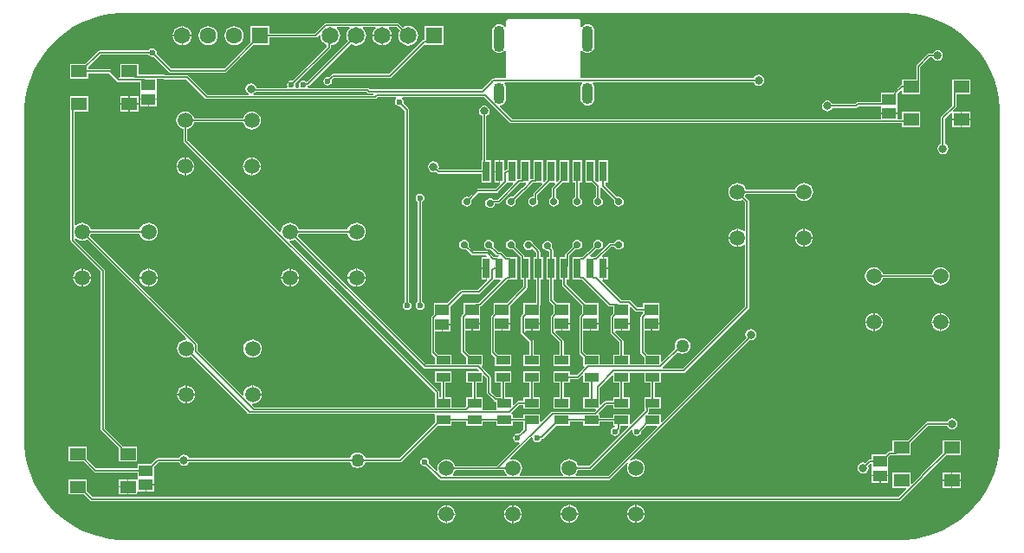
<source format=gtl>
G04*
G04 #@! TF.GenerationSoftware,Altium Limited,Altium Designer,21.2.2 (38)*
G04*
G04 Layer_Physical_Order=1*
G04 Layer_Color=255*
%FSLAX25Y25*%
%MOIN*%
G70*
G04*
G04 #@! TF.SameCoordinates,98E345A6-E5E3-4E7C-82CD-A9440516B19A*
G04*
G04*
G04 #@! TF.FilePolarity,Positive*
G04*
G01*
G75*
%ADD16R,0.05906X0.04724*%
%ADD17R,0.02756X0.07677*%
%ADD18R,0.05315X0.04331*%
%ADD19R,0.05315X0.03347*%
G04:AMPARAMS|DCode=29|XSize=43.31mil|YSize=82.68mil|CornerRadius=21.65mil|HoleSize=0mil|Usage=FLASHONLY|Rotation=0.000|XOffset=0mil|YOffset=0mil|HoleType=Round|Shape=RoundedRectangle|*
%AMROUNDEDRECTD29*
21,1,0.04331,0.03937,0,0,0.0*
21,1,0.00000,0.08268,0,0,0.0*
1,1,0.04331,0.00000,-0.01968*
1,1,0.04331,0.00000,-0.01968*
1,1,0.04331,0.00000,0.01968*
1,1,0.04331,0.00000,0.01968*
%
%ADD29ROUNDEDRECTD29*%
G04:AMPARAMS|DCode=30|XSize=43.31mil|YSize=102.36mil|CornerRadius=21.65mil|HoleSize=0mil|Usage=FLASHONLY|Rotation=0.000|XOffset=0mil|YOffset=0mil|HoleType=Round|Shape=RoundedRectangle|*
%AMROUNDEDRECTD30*
21,1,0.04331,0.05906,0,0,0.0*
21,1,0.00000,0.10236,0,0,0.0*
1,1,0.04331,0.00000,-0.02953*
1,1,0.04331,0.00000,-0.02953*
1,1,0.04331,0.00000,0.02953*
1,1,0.04331,0.00000,0.02953*
%
%ADD30ROUNDEDRECTD30*%
%ADD37C,0.00500*%
%ADD38C,0.05906*%
%ADD39C,0.06299*%
%ADD40R,0.06299X0.06299*%
%ADD41R,0.06496X0.06496*%
%ADD42C,0.06496*%
%ADD43C,0.03150*%
%ADD44C,0.15748*%
%ADD45C,0.02362*%
%ADD46C,0.05000*%
%ADD47C,0.02756*%
%ADD48C,0.01968*%
G36*
X443796Y332826D02*
X447512Y332086D01*
X451138Y330986D01*
X454639Y329536D01*
X457981Y327750D01*
X461132Y325645D01*
X464061Y323241D01*
X466741Y320561D01*
X469145Y317632D01*
X471250Y314481D01*
X473036Y311139D01*
X474486Y307639D01*
X475587Y304012D01*
X476326Y300296D01*
X476697Y296525D01*
Y294630D01*
Y168870D01*
Y166975D01*
X476326Y163204D01*
X475587Y159488D01*
X474486Y155861D01*
X473036Y152360D01*
X471250Y149019D01*
X469145Y145868D01*
X466741Y142939D01*
X464061Y140259D01*
X461132Y137855D01*
X457981Y135750D01*
X454639Y133964D01*
X451138Y132513D01*
X447512Y131413D01*
X443796Y130674D01*
X440025Y130303D01*
X137975D01*
X134204Y130674D01*
X130488Y131413D01*
X126862Y132513D01*
X123361Y133964D01*
X120019Y135750D01*
X116868Y137855D01*
X113939Y140259D01*
X111259Y142939D01*
X108855Y145868D01*
X106750Y149019D01*
X104964Y152360D01*
X103514Y155861D01*
X102413Y159488D01*
X101674Y163204D01*
X101303Y166975D01*
Y168870D01*
Y294630D01*
Y296525D01*
X101674Y300296D01*
X102413Y304012D01*
X103514Y307639D01*
X104964Y311139D01*
X106750Y314481D01*
X108855Y317632D01*
X111259Y320561D01*
X113939Y323241D01*
X116868Y325645D01*
X120019Y327750D01*
X123361Y329536D01*
X126862Y330986D01*
X130488Y332086D01*
X134204Y332826D01*
X137975Y333197D01*
X440025D01*
X443796Y332826D01*
D02*
G37*
%LPC*%
G36*
X314780Y330884D02*
X287220D01*
X286838Y330725D01*
X286679Y330343D01*
Y328025D01*
X286179Y327855D01*
X285893Y328228D01*
X285336Y328655D01*
X284688Y328924D01*
X283992Y329015D01*
X283296Y328924D01*
X282648Y328655D01*
X282091Y328228D01*
X281664Y327671D01*
X281395Y327023D01*
X281304Y326327D01*
Y320421D01*
X281395Y319725D01*
X281664Y319077D01*
X282091Y318520D01*
X282648Y318093D01*
X283296Y317825D01*
X283992Y317733D01*
X284688Y317825D01*
X285336Y318093D01*
X285893Y318520D01*
X286179Y318893D01*
X286679Y318723D01*
Y308113D01*
X282978D01*
X282919Y308102D01*
X282860Y308104D01*
X281390Y307874D01*
X281110Y307772D01*
X280890Y307570D01*
X280632Y307216D01*
X280620Y307202D01*
X277183Y303765D01*
X234175D01*
X233830Y304110D01*
X233582Y304275D01*
X233289Y304334D01*
X210534D01*
X210235Y304818D01*
X210326Y305023D01*
X210374Y305095D01*
X210649Y305150D01*
X210897Y305316D01*
X226939Y321357D01*
X227110Y321226D01*
X228022Y320848D01*
X229000Y320720D01*
X229978Y320848D01*
X230890Y321226D01*
X231673Y321827D01*
X232274Y322610D01*
X232652Y323522D01*
X232780Y324500D01*
X232652Y325478D01*
X232274Y326390D01*
X231673Y327173D01*
X231560Y327260D01*
X231721Y327733D01*
X236279D01*
X236440Y327260D01*
X236327Y327173D01*
X235726Y326390D01*
X235348Y325478D01*
X235252Y324750D01*
X242747D01*
X242652Y325478D01*
X242274Y326390D01*
X241673Y327173D01*
X241560Y327260D01*
X241721Y327733D01*
X244685D01*
X245857Y326561D01*
X245726Y326390D01*
X245348Y325478D01*
X245220Y324500D01*
X245348Y323522D01*
X245726Y322610D01*
X246327Y321827D01*
X247110Y321226D01*
X248022Y320848D01*
X249000Y320720D01*
X249978Y320848D01*
X250890Y321226D01*
X251673Y321827D01*
X252274Y322610D01*
X252652Y323522D01*
X252780Y324500D01*
X252652Y325478D01*
X252274Y326390D01*
X251673Y327173D01*
X250890Y327774D01*
X249978Y328152D01*
X249000Y328280D01*
X248022Y328152D01*
X247110Y327774D01*
X246939Y327643D01*
X245543Y329039D01*
X245295Y329205D01*
X245002Y329263D01*
X217344D01*
X217051Y329205D01*
X216803Y329039D01*
X213029Y325265D01*
X195650D01*
Y328150D01*
X188350D01*
Y321932D01*
X178183Y311765D01*
X157817D01*
X152109Y317472D01*
X152214Y318000D01*
X152084Y318656D01*
X151712Y319212D01*
X151156Y319584D01*
X150500Y319714D01*
X149844Y319584D01*
X149288Y319212D01*
X148989Y318765D01*
X130146D01*
X129853Y318706D01*
X129605Y318541D01*
X129605Y318541D01*
X124726Y313661D01*
X118902D01*
Y307937D01*
X125807D01*
Y310034D01*
X133816D01*
X136976Y306875D01*
X137224Y306709D01*
X137517Y306651D01*
X137517Y306651D01*
X145843D01*
Y303154D01*
X145843Y302835D01*
X145843Y302335D01*
Y300238D01*
X149000D01*
X152157D01*
Y302335D01*
X152157Y302654D01*
X152157Y303154D01*
Y307922D01*
X154912D01*
X154959Y307875D01*
X155207Y307709D01*
X155500Y307651D01*
X155500Y307651D01*
X163674D01*
X171014Y300311D01*
X171263Y300145D01*
X171555Y300087D01*
X236351D01*
X236644Y300145D01*
X236892Y300311D01*
X237317Y300735D01*
X244171D01*
X244323Y300235D01*
X244288Y300212D01*
X243916Y299656D01*
X243786Y299000D01*
X243916Y298344D01*
X244288Y297788D01*
X244844Y297416D01*
X245500Y297286D01*
X246028Y297391D01*
X247735Y295683D01*
Y222011D01*
X247288Y221712D01*
X246916Y221156D01*
X246786Y220500D01*
X246916Y219844D01*
X247288Y219288D01*
X247844Y218916D01*
X248500Y218786D01*
X249156Y218916D01*
X249712Y219288D01*
X250084Y219844D01*
X250214Y220500D01*
X250084Y221156D01*
X249712Y221712D01*
X249265Y222011D01*
Y296000D01*
X249206Y296293D01*
X249041Y296541D01*
X247109Y298472D01*
X247214Y299000D01*
X247084Y299656D01*
X246712Y300212D01*
X246677Y300235D01*
X246829Y300735D01*
X278356D01*
X288059Y291032D01*
X288307Y290866D01*
X288600Y290808D01*
X288600Y290808D01*
X439047D01*
Y289342D01*
X445953D01*
Y295067D01*
X439047D01*
Y292337D01*
X437157D01*
Y294238D01*
X434000D01*
X430842D01*
Y292337D01*
X288916D01*
X284126Y297128D01*
X284305Y297656D01*
X284688Y297706D01*
X285336Y297975D01*
X285893Y298402D01*
X286320Y298959D01*
X286589Y299607D01*
X286681Y300303D01*
Y304240D01*
X286589Y304936D01*
X286320Y305584D01*
X285937Y306084D01*
X285990Y306316D01*
X286138Y306584D01*
X315862D01*
X316010Y306316D01*
X316063Y306084D01*
X315680Y305584D01*
X315411Y304936D01*
X315319Y304240D01*
Y300303D01*
X315411Y299607D01*
X315680Y298959D01*
X316107Y298402D01*
X316664Y297975D01*
X317312Y297706D01*
X318008Y297615D01*
X318704Y297706D01*
X319352Y297975D01*
X319909Y298402D01*
X320336Y298959D01*
X320605Y299607D01*
X320696Y300303D01*
Y304240D01*
X320605Y304936D01*
X320336Y305584D01*
X319953Y306084D01*
X320005Y306316D01*
X320153Y306584D01*
X381885D01*
X381894Y306539D01*
X382353Y305853D01*
X383039Y305394D01*
X383848Y305233D01*
X384658Y305394D01*
X385344Y305853D01*
X385803Y306539D01*
X385964Y307348D01*
X385803Y308158D01*
X385344Y308844D01*
X384658Y309303D01*
X383848Y309464D01*
X383039Y309303D01*
X382353Y308844D01*
X381894Y308158D01*
X381885Y308113D01*
X315321D01*
Y318723D01*
X315821Y318893D01*
X316107Y318520D01*
X316664Y318093D01*
X317312Y317825D01*
X318008Y317733D01*
X318704Y317825D01*
X319352Y318093D01*
X319909Y318520D01*
X320336Y319077D01*
X320605Y319725D01*
X320696Y320421D01*
Y326327D01*
X320605Y327023D01*
X320336Y327671D01*
X319909Y328228D01*
X319352Y328655D01*
X318704Y328924D01*
X318008Y329015D01*
X317312Y328924D01*
X316664Y328655D01*
X316107Y328228D01*
X315821Y327855D01*
X315321Y328025D01*
Y330343D01*
X315162Y330725D01*
X314780Y330884D01*
D02*
G37*
G36*
X162250Y328148D02*
Y324750D01*
X165648D01*
X165556Y325453D01*
X165188Y326341D01*
X164603Y327103D01*
X163840Y327688D01*
X162953Y328056D01*
X162250Y328148D01*
D02*
G37*
G36*
X161750D02*
X161047Y328056D01*
X160160Y327688D01*
X159397Y327103D01*
X158812Y326341D01*
X158444Y325453D01*
X158352Y324750D01*
X161750D01*
Y328148D01*
D02*
G37*
G36*
X165648Y324250D02*
X162250D01*
Y320852D01*
X162953Y320944D01*
X163840Y321312D01*
X164603Y321897D01*
X165188Y322659D01*
X165556Y323547D01*
X165648Y324250D01*
D02*
G37*
G36*
X161750D02*
X158352D01*
X158444Y323547D01*
X158812Y322659D01*
X159397Y321897D01*
X160160Y321312D01*
X161047Y320944D01*
X161750Y320852D01*
Y324250D01*
D02*
G37*
G36*
X182000Y328181D02*
X181047Y328056D01*
X180159Y327688D01*
X179397Y327103D01*
X178812Y326341D01*
X178444Y325453D01*
X178319Y324500D01*
X178444Y323547D01*
X178812Y322659D01*
X179397Y321897D01*
X180159Y321312D01*
X181047Y320944D01*
X182000Y320819D01*
X182953Y320944D01*
X183841Y321312D01*
X184603Y321897D01*
X185188Y322659D01*
X185556Y323547D01*
X185681Y324500D01*
X185556Y325453D01*
X185188Y326341D01*
X184603Y327103D01*
X183841Y327688D01*
X182953Y328056D01*
X182000Y328181D01*
D02*
G37*
G36*
X172000D02*
X171047Y328056D01*
X170159Y327688D01*
X169397Y327103D01*
X168812Y326341D01*
X168444Y325453D01*
X168319Y324500D01*
X168444Y323547D01*
X168812Y322659D01*
X169397Y321897D01*
X170159Y321312D01*
X171047Y320944D01*
X172000Y320819D01*
X172953Y320944D01*
X173840Y321312D01*
X174603Y321897D01*
X175188Y322659D01*
X175556Y323547D01*
X175681Y324500D01*
X175556Y325453D01*
X175188Y326341D01*
X174603Y327103D01*
X173840Y327688D01*
X172953Y328056D01*
X172000Y328181D01*
D02*
G37*
G36*
X242747Y324250D02*
X239250D01*
Y320753D01*
X239978Y320848D01*
X240890Y321226D01*
X241673Y321827D01*
X242274Y322610D01*
X242652Y323522D01*
X242747Y324250D01*
D02*
G37*
G36*
X238750D02*
X235252D01*
X235348Y323522D01*
X235726Y322610D01*
X236327Y321827D01*
X237110Y321226D01*
X238022Y320848D01*
X238750Y320753D01*
Y324250D01*
D02*
G37*
G36*
X262748Y328248D02*
X255252D01*
Y323051D01*
X255002Y323001D01*
X254754Y322836D01*
X254754Y322836D01*
X241683Y309765D01*
X220000D01*
X219707Y309706D01*
X219459Y309541D01*
X218528Y308609D01*
X218000Y308714D01*
X217344Y308584D01*
X216788Y308212D01*
X216416Y307656D01*
X216286Y307000D01*
X216416Y306344D01*
X216788Y305788D01*
X217344Y305416D01*
X218000Y305286D01*
X218656Y305416D01*
X219212Y305788D01*
X219584Y306344D01*
X219714Y307000D01*
X219609Y307528D01*
X220317Y308235D01*
X242000D01*
X242293Y308294D01*
X242541Y308459D01*
X254956Y320875D01*
X255252Y320752D01*
Y320752D01*
X262748D01*
Y328248D01*
D02*
G37*
G36*
X452592Y319001D02*
X451782Y318840D01*
X451096Y318381D01*
X450637Y317695D01*
X450629Y317650D01*
X449385D01*
X449385Y317650D01*
X449092Y317592D01*
X448844Y317426D01*
X448844Y317426D01*
X444662Y313244D01*
X444496Y312995D01*
X444438Y312703D01*
Y307665D01*
X439047D01*
Y305960D01*
X438803Y305568D01*
X438510Y305509D01*
X438262Y305344D01*
X438262Y305344D01*
X435867Y302948D01*
X435701Y302700D01*
X435694Y302665D01*
X430842D01*
Y298849D01*
X421833D01*
X421541Y298791D01*
X421293Y298625D01*
X420912Y298245D01*
X412210D01*
X412201Y298290D01*
X411742Y298976D01*
X411056Y299435D01*
X410246Y299596D01*
X409437Y299435D01*
X408750Y298976D01*
X408292Y298290D01*
X408131Y297480D01*
X408292Y296671D01*
X408750Y295985D01*
X409437Y295526D01*
X410246Y295365D01*
X411056Y295526D01*
X411742Y295985D01*
X412201Y296671D01*
X412210Y296716D01*
X421229D01*
X421522Y296774D01*
X421770Y296940D01*
X422150Y297320D01*
X430411D01*
X430842Y297153D01*
X430842Y296820D01*
Y294738D01*
X434000D01*
X437157D01*
Y296835D01*
X437157Y297153D01*
X437157Y297653D01*
Y301841D01*
X437172Y301915D01*
Y302091D01*
X438585Y303504D01*
X439047Y303312D01*
Y301941D01*
X445953D01*
Y306841D01*
X445967Y306915D01*
X445967Y306915D01*
Y312386D01*
X449702Y316120D01*
X450629D01*
X450637Y316076D01*
X451096Y315389D01*
X451782Y314931D01*
X452592Y314770D01*
X453402Y314931D01*
X454088Y315389D01*
X454546Y316076D01*
X454707Y316885D01*
X454546Y317695D01*
X454088Y318381D01*
X453402Y318840D01*
X452592Y319001D01*
D02*
G37*
G36*
X145098Y301063D02*
X141896D01*
Y298451D01*
X145098D01*
Y301063D01*
D02*
G37*
G36*
X141396D02*
X138193D01*
Y298451D01*
X141396D01*
Y301063D01*
D02*
G37*
G36*
X152157Y299738D02*
X149250D01*
Y297323D01*
X152157D01*
Y299738D01*
D02*
G37*
G36*
X148750D02*
X145843D01*
Y297323D01*
X148750D01*
Y299738D01*
D02*
G37*
G36*
X145098Y297951D02*
X141896D01*
Y295339D01*
X145098D01*
Y297951D01*
D02*
G37*
G36*
X141396D02*
X138193D01*
Y295339D01*
X141396D01*
Y297951D01*
D02*
G37*
G36*
X462041Y295067D02*
Y292455D01*
X465244D01*
Y295067D01*
X462041D01*
D02*
G37*
G36*
X465244Y307665D02*
X458339D01*
Y302765D01*
X458324Y302691D01*
Y297608D01*
X454205Y293490D01*
X454040Y293242D01*
X453981Y292949D01*
Y282944D01*
X453937Y282935D01*
X453250Y282476D01*
X452792Y281790D01*
X452631Y280980D01*
X452792Y280171D01*
X453250Y279485D01*
X453937Y279026D01*
X454746Y278865D01*
X455556Y279026D01*
X456242Y279485D01*
X456701Y280171D01*
X456862Y280980D01*
X456701Y281790D01*
X456242Y282476D01*
X455556Y282935D01*
X455511Y282944D01*
Y292633D01*
X457839Y294960D01*
X458339Y294753D01*
X458339Y294727D01*
X458339Y294727D01*
X458339Y294697D01*
Y292455D01*
X461541D01*
Y295067D01*
X458709Y295067D01*
X458678D01*
D01*
X458652Y295067D01*
X458624Y295135D01*
X458445Y295567D01*
X459629Y296751D01*
X459795Y296999D01*
X459853Y297292D01*
Y301941D01*
X465244D01*
Y307665D01*
D02*
G37*
G36*
Y291955D02*
X462041D01*
Y289342D01*
X465244D01*
Y291955D01*
D02*
G37*
G36*
X461541D02*
X458339D01*
Y289342D01*
X461541D01*
Y291955D01*
D02*
G37*
G36*
X125807Y301063D02*
X118902D01*
Y295339D01*
X119033D01*
Y245703D01*
X119091Y245410D01*
X119256Y245162D01*
X130735Y233683D01*
Y172945D01*
X130793Y172652D01*
X130959Y172404D01*
X137693Y165671D01*
Y160437D01*
X144598D01*
Y166161D01*
X139188D01*
X139164Y166280D01*
X138999Y166528D01*
X132265Y173262D01*
Y234000D01*
X132206Y234293D01*
X132041Y234541D01*
X120672Y245909D01*
X120713Y246199D01*
X121240Y246382D01*
X121759Y245984D01*
X122599Y245636D01*
X123500Y245517D01*
X124401Y245636D01*
X125241Y245984D01*
X125484Y246171D01*
X163725Y207930D01*
X163572Y207621D01*
X163469Y207478D01*
X162599Y207364D01*
X161759Y207016D01*
X161038Y206463D01*
X160484Y205741D01*
X160136Y204901D01*
X160018Y204000D01*
X160136Y203099D01*
X160484Y202259D01*
X161038Y201537D01*
X161759Y200984D01*
X162599Y200636D01*
X163500Y200518D01*
X164401Y200636D01*
X165241Y200984D01*
X165351Y201068D01*
X187387Y179032D01*
X187635Y178866D01*
X187927Y178808D01*
X258898D01*
X259343Y178673D01*
X259343Y178308D01*
Y175408D01*
X245699Y161765D01*
X232425D01*
X232423Y161783D01*
X232120Y162513D01*
X231640Y163140D01*
X231013Y163620D01*
X230283Y163923D01*
X229500Y164026D01*
X228717Y163923D01*
X227987Y163620D01*
X227360Y163140D01*
X226880Y162513D01*
X226577Y161783D01*
X226575Y161765D01*
X164706D01*
X164700Y161790D01*
X164242Y162476D01*
X163556Y162935D01*
X162746Y163096D01*
X161937Y162935D01*
X161250Y162476D01*
X160792Y161790D01*
X160787Y161765D01*
X152492D01*
X152199Y161706D01*
X151951Y161541D01*
X151951Y161541D01*
X150076Y159665D01*
X144843D01*
Y157765D01*
X129061D01*
X125307Y161519D01*
Y166161D01*
X118402D01*
Y160437D01*
X124226D01*
X128203Y156459D01*
X128452Y156293D01*
X128744Y156235D01*
X144843D01*
Y154654D01*
X144843Y154335D01*
Y153962D01*
X144598Y153563D01*
X144343Y153563D01*
X141396D01*
Y150701D01*
Y147839D01*
X144598D01*
Y148424D01*
X144843Y148823D01*
X145098Y148823D01*
X147750D01*
Y151488D01*
X148000D01*
Y151738D01*
X151157D01*
Y153835D01*
X151157Y154154D01*
X151157Y154654D01*
Y158584D01*
X152809Y160235D01*
X160779D01*
X160792Y160171D01*
X161250Y159485D01*
X161937Y159026D01*
X162746Y158865D01*
X163556Y159026D01*
X164242Y159485D01*
X164700Y160171D01*
X164713Y160235D01*
X226575D01*
X226577Y160217D01*
X226880Y159487D01*
X227360Y158860D01*
X227987Y158379D01*
X228717Y158077D01*
X229500Y157974D01*
X230283Y158077D01*
X231013Y158379D01*
X231640Y158860D01*
X232120Y159487D01*
X232423Y160217D01*
X232425Y160235D01*
X246016D01*
X246308Y160293D01*
X246556Y160459D01*
X260424Y174327D01*
X265657D01*
Y175735D01*
X271342D01*
Y174327D01*
X277658D01*
Y175735D01*
X282842D01*
Y174327D01*
X289158D01*
Y175735D01*
X293342D01*
Y175151D01*
X293328Y175077D01*
Y172909D01*
X291528Y171109D01*
X291000Y171214D01*
X290344Y171084D01*
X289788Y170712D01*
X289416Y170156D01*
X289286Y169500D01*
X289416Y168844D01*
X289788Y168288D01*
X290344Y167916D01*
X291000Y167786D01*
X291621Y167910D01*
X291651Y167887D01*
X291799Y167380D01*
X283041Y158623D01*
X267087D01*
X267069Y158759D01*
X266721Y159599D01*
X266167Y160321D01*
X265446Y160874D01*
X264606Y161222D01*
X263705Y161341D01*
X262804Y161222D01*
X261964Y160874D01*
X261242Y160321D01*
X260689Y159599D01*
X260341Y158759D01*
X260222Y157858D01*
X260321Y157108D01*
X259865Y156857D01*
X256935Y159787D01*
X257040Y160315D01*
X256910Y160970D01*
X256538Y161527D01*
X255982Y161898D01*
X255326Y162029D01*
X254670Y161898D01*
X254114Y161527D01*
X253743Y160970D01*
X253612Y160315D01*
X253743Y159659D01*
X254114Y159102D01*
X254670Y158731D01*
X255326Y158600D01*
X255854Y158705D01*
X260944Y153615D01*
X260944Y153615D01*
X261192Y153449D01*
X261485Y153391D01*
X261485Y153391D01*
X326155D01*
X326448Y153449D01*
X326696Y153615D01*
X333346Y160264D01*
X333722Y159934D01*
X333575Y159741D01*
X333227Y158901D01*
X333108Y158000D01*
X333227Y157099D01*
X333575Y156259D01*
X334128Y155537D01*
X334849Y154984D01*
X335689Y154636D01*
X336591Y154517D01*
X337492Y154636D01*
X338332Y154984D01*
X339053Y155537D01*
X339607Y156259D01*
X339954Y157099D01*
X340073Y158000D01*
X339954Y158901D01*
X339607Y159741D01*
X339053Y160462D01*
X338332Y161016D01*
X337492Y161364D01*
X336591Y161483D01*
X335689Y161364D01*
X334849Y161016D01*
X334657Y160868D01*
X334326Y161245D01*
X380371Y207290D01*
X380826Y207199D01*
X381636Y207360D01*
X382322Y207819D01*
X382781Y208505D01*
X382942Y209314D01*
X382781Y210124D01*
X382322Y210810D01*
X381636Y211269D01*
X380826Y211430D01*
X380016Y211269D01*
X379330Y210810D01*
X378872Y210124D01*
X378711Y209314D01*
X378872Y208505D01*
X379093Y208174D01*
X346619Y175701D01*
X346158Y175892D01*
Y178677D01*
X341412D01*
X341221Y179139D01*
X341302Y179220D01*
X341467Y179468D01*
X341526Y179761D01*
X341526Y179761D01*
Y180827D01*
X346158D01*
Y185173D01*
X343765D01*
Y190827D01*
X346158D01*
Y194659D01*
X354923D01*
X355216Y194717D01*
X355464Y194883D01*
X379948Y219367D01*
X380114Y219615D01*
X380172Y219908D01*
Y260655D01*
X380114Y260948D01*
X379948Y261196D01*
X378637Y262508D01*
X378721Y262617D01*
X379069Y263457D01*
X379087Y263594D01*
X397913D01*
X397931Y263457D01*
X398279Y262617D01*
X398833Y261896D01*
X399554Y261342D01*
X400394Y260994D01*
X401295Y260876D01*
X402197Y260994D01*
X403036Y261342D01*
X403758Y261896D01*
X404311Y262617D01*
X404659Y263457D01*
X404778Y264358D01*
X404659Y265260D01*
X404311Y266100D01*
X403758Y266821D01*
X403036Y267374D01*
X402197Y267722D01*
X401295Y267841D01*
X400394Y267722D01*
X399554Y267374D01*
X398833Y266821D01*
X398279Y266100D01*
X397931Y265260D01*
X397913Y265123D01*
X379087D01*
X379069Y265260D01*
X378721Y266100D01*
X378167Y266821D01*
X377446Y267374D01*
X376606Y267722D01*
X375705Y267841D01*
X374803Y267722D01*
X373963Y267374D01*
X373242Y266821D01*
X372689Y266100D01*
X372341Y265260D01*
X372222Y264358D01*
X372341Y263457D01*
X372689Y262617D01*
X373242Y261896D01*
X373963Y261342D01*
X374803Y260994D01*
X375705Y260876D01*
X376606Y260994D01*
X377446Y261342D01*
X377555Y261426D01*
X378643Y260339D01*
Y249262D01*
X378315Y249151D01*
X378143Y249123D01*
X377446Y249658D01*
X376606Y250006D01*
X375955Y250091D01*
Y246642D01*
Y243192D01*
X376606Y243278D01*
X377446Y243626D01*
X378143Y244161D01*
X378315Y244132D01*
X378643Y244021D01*
Y220224D01*
X354607Y196188D01*
X346976D01*
X346769Y196688D01*
X352689Y202608D01*
X352987Y202379D01*
X353717Y202077D01*
X354500Y201974D01*
X355283Y202077D01*
X356013Y202379D01*
X356640Y202860D01*
X357120Y203487D01*
X357423Y204217D01*
X357526Y205000D01*
X357423Y205783D01*
X357120Y206513D01*
X356640Y207140D01*
X356013Y207621D01*
X355283Y207923D01*
X354500Y208026D01*
X353717Y207923D01*
X352987Y207621D01*
X352360Y207140D01*
X351880Y206513D01*
X351577Y205783D01*
X351474Y205000D01*
X351577Y204217D01*
X351741Y203822D01*
X346619Y198701D01*
X346158Y198892D01*
Y201669D01*
X340924D01*
X339857Y202736D01*
Y210835D01*
X342250D01*
Y213500D01*
X342500D01*
Y213750D01*
X345657D01*
Y216165D01*
X345657Y216165D01*
Y216347D01*
X345657D01*
X345657Y216665D01*
Y221677D01*
X339342D01*
Y219777D01*
X337200D01*
X334509Y222468D01*
X334261Y222634D01*
X333968Y222692D01*
X331010D01*
X323605Y230097D01*
X323750Y230448D01*
Y234898D01*
Y239348D01*
X323605Y239698D01*
X327067Y243160D01*
X328303D01*
X328646Y242646D01*
X329267Y242231D01*
X330000Y242085D01*
X330733Y242231D01*
X331354Y242646D01*
X331769Y243267D01*
X331915Y244000D01*
X331769Y244733D01*
X331354Y245354D01*
X330733Y245769D01*
X330000Y245915D01*
X329267Y245769D01*
X328646Y245354D01*
X328231Y244733D01*
X328222Y244689D01*
X326750D01*
X326457Y244631D01*
X326209Y244465D01*
X320995Y239251D01*
X320128D01*
X320128Y239251D01*
X320054Y239236D01*
X319260D01*
X318797Y239736D01*
X318801Y239802D01*
X319049Y239967D01*
X321305Y242224D01*
X322000Y242085D01*
X322733Y242231D01*
X323354Y242646D01*
X323769Y243267D01*
X323915Y244000D01*
X323769Y244733D01*
X323354Y245354D01*
X322733Y245769D01*
X322000Y245915D01*
X321267Y245769D01*
X320646Y245354D01*
X320231Y244733D01*
X320085Y244000D01*
X320223Y243305D01*
X318156Y241238D01*
X318041Y241215D01*
X317793Y241049D01*
X315995Y239251D01*
X315128D01*
X315128Y239251D01*
X315054Y239236D01*
X312122D01*
Y230559D01*
X315054D01*
X315128Y230544D01*
X315128Y230544D01*
X315995D01*
X326152Y220386D01*
X326401Y220221D01*
X326693Y220163D01*
X327842D01*
Y217428D01*
X327052Y216637D01*
X326886Y216389D01*
X326828Y216096D01*
Y210212D01*
X326886Y209919D01*
X327052Y209671D01*
X330235Y206487D01*
Y201669D01*
X327842D01*
Y197837D01*
X322657D01*
Y201669D01*
X317424D01*
X316357Y202736D01*
Y210835D01*
X318750D01*
Y213500D01*
X319000D01*
Y213750D01*
X322158D01*
Y216165D01*
X322158Y216165D01*
Y216347D01*
X322158D01*
X322158Y216665D01*
Y221677D01*
X316924D01*
X309765Y228836D01*
Y230559D01*
X310878D01*
Y235952D01*
X310893Y236026D01*
X310893Y236026D01*
Y239811D01*
X313305Y242224D01*
X314000Y242085D01*
X314733Y242231D01*
X315354Y242646D01*
X315769Y243267D01*
X315915Y244000D01*
X315769Y244733D01*
X315354Y245354D01*
X314733Y245769D01*
X314000Y245915D01*
X313267Y245769D01*
X312646Y245354D01*
X312231Y244733D01*
X312085Y244000D01*
X312224Y243305D01*
X309587Y240669D01*
X309421Y240421D01*
X309363Y240128D01*
Y239236D01*
X307122D01*
Y230559D01*
X308235D01*
Y228520D01*
X308294Y228227D01*
X308459Y227979D01*
X315843Y220596D01*
Y217428D01*
X315052Y216637D01*
X314886Y216389D01*
X314828Y216096D01*
Y202419D01*
X314886Y202127D01*
X315052Y201878D01*
X316342Y200588D01*
Y197323D01*
X316697D01*
X316888Y196861D01*
X313792Y193765D01*
X311157D01*
Y195173D01*
X304842D01*
Y190827D01*
X307235D01*
Y185169D01*
X304842D01*
Y180823D01*
X311157D01*
Y185169D01*
X308765D01*
Y190827D01*
X311157D01*
Y192235D01*
X314109D01*
X314401Y192294D01*
X314649Y192459D01*
X315881Y193691D01*
X316342Y193499D01*
Y190827D01*
X318735D01*
Y185169D01*
X316342D01*
Y180823D01*
X320983D01*
X321175Y180361D01*
X320502Y179688D01*
X304423D01*
X304131Y179630D01*
X303883Y179464D01*
X300119Y175701D01*
X299658Y175892D01*
Y178673D01*
X293342D01*
Y177265D01*
X289158D01*
Y178673D01*
X288850D01*
X288650Y179173D01*
X291708Y182231D01*
X293342D01*
Y180823D01*
X299658D01*
Y185169D01*
X297265D01*
Y190827D01*
X299658D01*
Y195173D01*
X293342D01*
Y190827D01*
X295735D01*
Y185169D01*
X293342D01*
Y183761D01*
X291391D01*
X291099Y183703D01*
X290851Y183537D01*
X289619Y182306D01*
X289158Y182497D01*
Y185169D01*
X286265D01*
Y190827D01*
X288657D01*
Y195173D01*
X282343D01*
Y190827D01*
X284735D01*
Y185662D01*
X284577Y185184D01*
X282900D01*
X280795Y187289D01*
Y192861D01*
X280795Y192861D01*
X280737Y193154D01*
X280571Y193402D01*
X280571Y193402D01*
X277112Y196861D01*
X277303Y197323D01*
X277658D01*
Y201669D01*
X272424D01*
X270857Y203236D01*
Y210835D01*
X273250D01*
Y213500D01*
X273500D01*
Y213750D01*
X276658D01*
Y216165D01*
X276658Y216165D01*
Y216347D01*
X276658D01*
X276658Y216665D01*
Y220196D01*
X276783Y220221D01*
X277031Y220386D01*
X287189Y230544D01*
X287872D01*
X287946Y230559D01*
X290878D01*
Y239236D01*
X287946D01*
X287872Y239251D01*
X287005D01*
X285207Y241049D01*
X284959Y241215D01*
X284667Y241273D01*
X283809D01*
X281776Y243305D01*
X281915Y244000D01*
X281769Y244733D01*
X281354Y245354D01*
X280733Y245769D01*
X280000Y245915D01*
X279267Y245769D01*
X278646Y245354D01*
X278231Y244733D01*
X278085Y244000D01*
X278231Y243267D01*
X278646Y242646D01*
X279267Y242231D01*
X280000Y242085D01*
X280695Y242224D01*
X282951Y239967D01*
X283199Y239802D01*
X283492Y239743D01*
X283873D01*
X283878Y239736D01*
X283610Y239236D01*
X282946D01*
X282872Y239251D01*
X282005D01*
X279965Y241291D01*
X279717Y241457D01*
X279425Y241515D01*
X274067D01*
X272276Y243305D01*
X272415Y244000D01*
X272269Y244733D01*
X271854Y245354D01*
X271233Y245769D01*
X270500Y245915D01*
X269767Y245769D01*
X269146Y245354D01*
X268731Y244733D01*
X268585Y244000D01*
X268731Y243267D01*
X269146Y242646D01*
X269767Y242231D01*
X270500Y242085D01*
X271195Y242224D01*
X273209Y240209D01*
X273209Y240209D01*
X273457Y240043D01*
X273750Y239985D01*
X279029D01*
X279239Y239721D01*
X279024Y239236D01*
X277122D01*
Y235148D01*
X279000D01*
Y234898D01*
X279250D01*
Y230448D01*
X279395Y230097D01*
X275849Y226551D01*
X269522D01*
X269522Y226551D01*
X269230Y226493D01*
X268981Y226327D01*
X264076Y221421D01*
X258842D01*
Y217172D01*
X258052Y216381D01*
X257886Y216133D01*
X257828Y215841D01*
Y202419D01*
X257886Y202127D01*
X258052Y201878D01*
X259343Y200588D01*
Y197837D01*
X255744D01*
X206432Y247149D01*
X206516Y247259D01*
X206864Y248099D01*
X206882Y248235D01*
X225709D01*
X225727Y248099D01*
X226075Y247259D01*
X226628Y246537D01*
X227349Y245984D01*
X228189Y245636D01*
X229091Y245517D01*
X229992Y245636D01*
X230832Y245984D01*
X231553Y246537D01*
X232107Y247259D01*
X232454Y248099D01*
X232573Y249000D01*
X232454Y249901D01*
X232107Y250741D01*
X231553Y251463D01*
X230832Y252016D01*
X229992Y252364D01*
X229091Y252483D01*
X228189Y252364D01*
X227349Y252016D01*
X226628Y251463D01*
X226075Y250741D01*
X225727Y249901D01*
X225709Y249765D01*
X206882D01*
X206864Y249901D01*
X206516Y250741D01*
X205962Y251463D01*
X205241Y252016D01*
X204401Y252364D01*
X203500Y252483D01*
X202599Y252364D01*
X201759Y252016D01*
X201038Y251463D01*
X200484Y250741D01*
X200136Y249901D01*
X200022Y249031D01*
X199880Y248928D01*
X199569Y248776D01*
X163970Y284376D01*
Y288476D01*
X164106Y288494D01*
X164946Y288842D01*
X165667Y289396D01*
X166221Y290117D01*
X166569Y290957D01*
X166587Y291093D01*
X185413D01*
X185431Y290957D01*
X185779Y290117D01*
X186333Y289396D01*
X187054Y288842D01*
X187894Y288494D01*
X188795Y288376D01*
X189697Y288494D01*
X190536Y288842D01*
X191258Y289396D01*
X191811Y290117D01*
X192159Y290957D01*
X192278Y291858D01*
X192159Y292759D01*
X191811Y293600D01*
X191258Y294321D01*
X190536Y294874D01*
X189697Y295222D01*
X188795Y295341D01*
X187894Y295222D01*
X187054Y294874D01*
X186333Y294321D01*
X185779Y293600D01*
X185431Y292759D01*
X185413Y292623D01*
X166587D01*
X166569Y292759D01*
X166221Y293600D01*
X165667Y294321D01*
X164946Y294874D01*
X164106Y295222D01*
X163205Y295341D01*
X162303Y295222D01*
X161463Y294874D01*
X160742Y294321D01*
X160189Y293600D01*
X159841Y292759D01*
X159722Y291858D01*
X159841Y290957D01*
X160189Y290117D01*
X160742Y289396D01*
X161463Y288842D01*
X162303Y288494D01*
X162440Y288476D01*
Y284059D01*
X162498Y283766D01*
X162664Y283518D01*
X259328Y186854D01*
Y184419D01*
X259343Y184345D01*
Y181337D01*
X189882D01*
X188866Y182353D01*
X189019Y182663D01*
X189121Y182805D01*
X189992Y182920D01*
X190832Y183267D01*
X191553Y183821D01*
X192107Y184542D01*
X192455Y185382D01*
X192540Y186033D01*
X189091D01*
Y186283D01*
X188841D01*
Y189733D01*
X188189Y189647D01*
X187349Y189299D01*
X186628Y188746D01*
X186075Y188025D01*
X185727Y187185D01*
X185612Y186314D01*
X185470Y186212D01*
X185160Y186059D01*
X167967Y203252D01*
Y205534D01*
X167909Y205826D01*
X167744Y206074D01*
X126529Y247289D01*
X126864Y248099D01*
X126882Y248235D01*
X145709D01*
X145727Y248099D01*
X146075Y247259D01*
X146628Y246537D01*
X147349Y245984D01*
X148189Y245636D01*
X149091Y245517D01*
X149992Y245636D01*
X150832Y245984D01*
X151553Y246537D01*
X152107Y247259D01*
X152454Y248099D01*
X152573Y249000D01*
X152454Y249901D01*
X152107Y250741D01*
X151553Y251463D01*
X150832Y252016D01*
X149992Y252364D01*
X149091Y252483D01*
X148189Y252364D01*
X147349Y252016D01*
X146628Y251463D01*
X146075Y250741D01*
X145727Y249901D01*
X145709Y249765D01*
X126882D01*
X126864Y249901D01*
X126516Y250741D01*
X125962Y251463D01*
X125241Y252016D01*
X124401Y252364D01*
X123500Y252483D01*
X122599Y252364D01*
X121759Y252016D01*
X121062Y251481D01*
X120889Y251509D01*
X120562Y251621D01*
Y295339D01*
X125807D01*
Y301063D01*
D02*
G37*
G36*
X189045Y277591D02*
Y274392D01*
X192245D01*
X192159Y275043D01*
X191811Y275883D01*
X191258Y276604D01*
X190536Y277158D01*
X189697Y277506D01*
X189045Y277591D01*
D02*
G37*
G36*
X163455D02*
Y274392D01*
X166654D01*
X166569Y275043D01*
X166221Y275883D01*
X165667Y276604D01*
X164946Y277158D01*
X164106Y277506D01*
X163455Y277591D01*
D02*
G37*
G36*
X188545D02*
X187894Y277506D01*
X187054Y277158D01*
X186333Y276604D01*
X185779Y275883D01*
X185431Y275043D01*
X185346Y274392D01*
X188545D01*
Y277591D01*
D02*
G37*
G36*
X162955D02*
X162303Y277506D01*
X161463Y277158D01*
X160742Y276604D01*
X160189Y275883D01*
X159841Y275043D01*
X159755Y274392D01*
X162955D01*
Y277591D01*
D02*
G37*
G36*
X278246Y297596D02*
X277437Y297435D01*
X276750Y296976D01*
X276292Y296290D01*
X276131Y295480D01*
X276292Y294671D01*
X276750Y293985D01*
X277437Y293526D01*
X277481Y293517D01*
Y276441D01*
X277122D01*
Y272867D01*
X261099D01*
X260979Y272958D01*
X260721Y273276D01*
X260862Y273980D01*
X260701Y274790D01*
X260242Y275476D01*
X259556Y275935D01*
X258746Y276096D01*
X257937Y275935D01*
X257250Y275476D01*
X256792Y274790D01*
X256631Y273980D01*
X256792Y273171D01*
X257250Y272484D01*
X257937Y272026D01*
X258746Y271865D01*
X259556Y272026D01*
X259594Y272051D01*
X260083Y271562D01*
X260083Y271562D01*
X260331Y271396D01*
X260624Y271338D01*
X277122D01*
Y267764D01*
X280878D01*
Y276441D01*
X279011D01*
Y293517D01*
X279056Y293526D01*
X279742Y293985D01*
X280201Y294671D01*
X280362Y295480D01*
X280201Y296290D01*
X279742Y296976D01*
X279056Y297435D01*
X278246Y297596D01*
D02*
G37*
G36*
X283750Y276441D02*
X282122D01*
Y272352D01*
X283750D01*
Y276441D01*
D02*
G37*
G36*
X192245Y273892D02*
X189045D01*
Y270692D01*
X189697Y270778D01*
X190536Y271126D01*
X191258Y271679D01*
X191811Y272400D01*
X192159Y273240D01*
X192245Y273892D01*
D02*
G37*
G36*
X166654D02*
X163455D01*
Y270692D01*
X164106Y270778D01*
X164946Y271126D01*
X165667Y271679D01*
X166221Y272400D01*
X166569Y273240D01*
X166654Y273892D01*
D02*
G37*
G36*
X188545D02*
X185346D01*
X185431Y273240D01*
X185779Y272400D01*
X186333Y271679D01*
X187054Y271126D01*
X187894Y270778D01*
X188545Y270692D01*
Y273892D01*
D02*
G37*
G36*
X162955D02*
X159755D01*
X159841Y273240D01*
X160189Y272400D01*
X160742Y271679D01*
X161463Y271126D01*
X162303Y270778D01*
X162955Y270692D01*
Y273892D01*
D02*
G37*
G36*
X325878Y276441D02*
X322122D01*
Y268308D01*
X321622Y268101D01*
X320878Y268845D01*
Y276441D01*
X317122D01*
Y267764D01*
X319796D01*
X321235Y266325D01*
Y262248D01*
X320646Y261854D01*
X320231Y261233D01*
X320085Y260500D01*
X320231Y259767D01*
X320646Y259146D01*
X321267Y258731D01*
X322000Y258585D01*
X322733Y258731D01*
X323354Y259146D01*
X323769Y259767D01*
X323915Y260500D01*
X323769Y261233D01*
X323354Y261854D01*
X322765Y262248D01*
Y266298D01*
X322765Y266303D01*
X323265Y266352D01*
X323267Y266339D01*
X323293Y266207D01*
X323459Y265959D01*
X328223Y261195D01*
X328085Y260500D01*
X328231Y259767D01*
X328646Y259146D01*
X329267Y258731D01*
X330000Y258585D01*
X330733Y258731D01*
X331354Y259146D01*
X331769Y259767D01*
X331915Y260500D01*
X331769Y261233D01*
X331354Y261854D01*
X330733Y262269D01*
X330000Y262415D01*
X329305Y262277D01*
X324765Y266817D01*
Y267764D01*
X325878D01*
Y276441D01*
D02*
G37*
G36*
X310878D02*
X307122D01*
Y268845D01*
X306378Y268101D01*
X305878Y268308D01*
Y276441D01*
X302122D01*
Y268845D01*
X301378Y268101D01*
X300878Y268308D01*
Y276441D01*
X297122D01*
Y269279D01*
X296689D01*
X296396Y269220D01*
X296378Y269208D01*
X295878Y269476D01*
Y276441D01*
X292122D01*
Y269279D01*
X291689D01*
X291396Y269220D01*
X291378Y269208D01*
X290878Y269476D01*
Y276441D01*
X287122D01*
Y272867D01*
X286872D01*
X286579Y272809D01*
X286378Y272674D01*
X286082Y272746D01*
X285878Y272831D01*
Y276441D01*
X284250D01*
Y272102D01*
Y267653D01*
X284395Y267302D01*
X282591Y265498D01*
X275733D01*
X275733Y265498D01*
X275441Y265440D01*
X275192Y265274D01*
X272195Y262277D01*
X271500Y262415D01*
X270767Y262269D01*
X270146Y261854D01*
X269731Y261233D01*
X269585Y260500D01*
X269731Y259767D01*
X270146Y259146D01*
X270767Y258731D01*
X271500Y258585D01*
X272233Y258731D01*
X272854Y259146D01*
X273269Y259767D01*
X273415Y260500D01*
X273276Y261195D01*
X276050Y263969D01*
X282908D01*
X283201Y264027D01*
X283449Y264193D01*
X286739Y267482D01*
X287122Y267764D01*
X289204D01*
X289395Y267302D01*
X283433Y261340D01*
X281863D01*
X281854Y261354D01*
X281233Y261769D01*
X280500Y261915D01*
X279767Y261769D01*
X279146Y261354D01*
X278731Y260733D01*
X278585Y260000D01*
X278731Y259267D01*
X279146Y258646D01*
X279767Y258231D01*
X280500Y258085D01*
X281233Y258231D01*
X281854Y258646D01*
X282269Y259267D01*
X282377Y259810D01*
X283750D01*
X284043Y259869D01*
X284291Y260034D01*
X292005Y267749D01*
X292872D01*
X292946Y267764D01*
X294204D01*
X294395Y267302D01*
X293065Y265971D01*
X292949Y265948D01*
X292701Y265782D01*
X289195Y262277D01*
X288500Y262415D01*
X287767Y262269D01*
X287146Y261854D01*
X286731Y261233D01*
X286585Y260500D01*
X286731Y259767D01*
X287146Y259146D01*
X287767Y258731D01*
X288500Y258585D01*
X289233Y258731D01*
X289854Y259146D01*
X290269Y259767D01*
X290415Y260500D01*
X290277Y261195D01*
X293594Y264512D01*
X293709Y264535D01*
X293957Y264701D01*
X297005Y267749D01*
X297872D01*
X297946Y267764D01*
X300333D01*
X300541Y267264D01*
X297320Y264043D01*
X297155Y263795D01*
X297096Y263503D01*
Y262494D01*
X297000Y262415D01*
X296267Y262269D01*
X295646Y261854D01*
X295231Y261233D01*
X295085Y260500D01*
X295231Y259767D01*
X295646Y259146D01*
X296267Y258731D01*
X297000Y258585D01*
X297733Y258731D01*
X298354Y259146D01*
X298769Y259767D01*
X298915Y260500D01*
X298769Y261233D01*
X298626Y261447D01*
Y263186D01*
X303204Y267764D01*
X305333D01*
X305541Y267264D01*
X304459Y266182D01*
X304293Y265934D01*
X304235Y265642D01*
Y262248D01*
X303646Y261854D01*
X303231Y261233D01*
X303085Y260500D01*
X303231Y259767D01*
X303646Y259146D01*
X304267Y258731D01*
X305000Y258585D01*
X305733Y258731D01*
X306354Y259146D01*
X306769Y259767D01*
X306915Y260500D01*
X306769Y261233D01*
X306354Y261854D01*
X305765Y262248D01*
Y265325D01*
X308204Y267764D01*
X310878D01*
Y276441D01*
D02*
G37*
G36*
X283750Y271852D02*
X282122D01*
Y267764D01*
X283750D01*
Y271852D01*
D02*
G37*
G36*
X315878Y276441D02*
X312122D01*
Y267764D01*
X313235D01*
Y262248D01*
X312646Y261854D01*
X312231Y261233D01*
X312085Y260500D01*
X312231Y259767D01*
X312646Y259146D01*
X313267Y258731D01*
X314000Y258585D01*
X314733Y258731D01*
X315354Y259146D01*
X315769Y259767D01*
X315915Y260500D01*
X315769Y261233D01*
X315354Y261854D01*
X314765Y262248D01*
Y267764D01*
X315878D01*
Y276441D01*
D02*
G37*
G36*
X401545Y250091D02*
Y246892D01*
X404745D01*
X404659Y247543D01*
X404311Y248383D01*
X403758Y249104D01*
X403036Y249658D01*
X402197Y250006D01*
X401545Y250091D01*
D02*
G37*
G36*
X401045D02*
X400394Y250006D01*
X399554Y249658D01*
X398833Y249104D01*
X398279Y248383D01*
X397931Y247543D01*
X397846Y246892D01*
X401045D01*
Y250091D01*
D02*
G37*
G36*
X375455D02*
X374803Y250006D01*
X373963Y249658D01*
X373242Y249104D01*
X372689Y248383D01*
X372341Y247543D01*
X372255Y246892D01*
X375455D01*
Y250091D01*
D02*
G37*
G36*
X404745Y246392D02*
X401545D01*
Y243192D01*
X402197Y243278D01*
X403036Y243626D01*
X403758Y244179D01*
X404311Y244900D01*
X404659Y245741D01*
X404745Y246392D01*
D02*
G37*
G36*
X401045D02*
X397846D01*
X397931Y245741D01*
X398279Y244900D01*
X398833Y244179D01*
X399554Y243626D01*
X400394Y243278D01*
X401045Y243192D01*
Y246392D01*
D02*
G37*
G36*
X375455D02*
X372255D01*
X372341Y245741D01*
X372689Y244900D01*
X373242Y244179D01*
X373963Y243626D01*
X374803Y243278D01*
X375455Y243192D01*
Y246392D01*
D02*
G37*
G36*
X325878Y239236D02*
X324250D01*
Y235148D01*
X325878D01*
Y239236D01*
D02*
G37*
G36*
X453795Y235341D02*
X452894Y235222D01*
X452054Y234874D01*
X451333Y234321D01*
X450779Y233599D01*
X450431Y232759D01*
X450413Y232623D01*
X431587D01*
X431569Y232759D01*
X431221Y233599D01*
X430667Y234321D01*
X429946Y234874D01*
X429106Y235222D01*
X428205Y235341D01*
X427303Y235222D01*
X426464Y234874D01*
X425742Y234321D01*
X425189Y233599D01*
X424841Y232759D01*
X424722Y231858D01*
X424841Y230957D01*
X425189Y230117D01*
X425742Y229396D01*
X426464Y228842D01*
X427303Y228494D01*
X428205Y228376D01*
X429106Y228494D01*
X429946Y228842D01*
X430667Y229396D01*
X431221Y230117D01*
X431569Y230957D01*
X431587Y231094D01*
X450413D01*
X450431Y230957D01*
X450779Y230117D01*
X451333Y229396D01*
X452054Y228842D01*
X452894Y228494D01*
X453795Y228376D01*
X454697Y228494D01*
X455537Y228842D01*
X456258Y229396D01*
X456811Y230117D01*
X457159Y230957D01*
X457278Y231858D01*
X457159Y232759D01*
X456811Y233599D01*
X456258Y234321D01*
X455537Y234874D01*
X454697Y235222D01*
X453795Y235341D01*
D02*
G37*
G36*
X149341Y234733D02*
Y231533D01*
X152540D01*
X152454Y232185D01*
X152107Y233025D01*
X151553Y233746D01*
X150832Y234299D01*
X149992Y234647D01*
X149341Y234733D01*
D02*
G37*
G36*
X123750D02*
Y231533D01*
X126950D01*
X126864Y232185D01*
X126516Y233025D01*
X125962Y233746D01*
X125241Y234299D01*
X124401Y234647D01*
X123750Y234733D01*
D02*
G37*
G36*
X229341D02*
Y231533D01*
X232540D01*
X232454Y232185D01*
X232107Y233025D01*
X231553Y233746D01*
X230832Y234299D01*
X229992Y234647D01*
X229341Y234733D01*
D02*
G37*
G36*
X203750D02*
Y231533D01*
X206950D01*
X206864Y232185D01*
X206516Y233025D01*
X205962Y233746D01*
X205241Y234299D01*
X204401Y234647D01*
X203750Y234733D01*
D02*
G37*
G36*
X148841D02*
X148189Y234647D01*
X147349Y234299D01*
X146628Y233746D01*
X146075Y233025D01*
X145727Y232185D01*
X145641Y231533D01*
X148841D01*
Y234733D01*
D02*
G37*
G36*
X228841D02*
X228189Y234647D01*
X227349Y234299D01*
X226628Y233746D01*
X226075Y233025D01*
X225727Y232185D01*
X225641Y231533D01*
X228841D01*
Y234733D01*
D02*
G37*
G36*
X123250D02*
X122599Y234647D01*
X121759Y234299D01*
X121037Y233746D01*
X120484Y233025D01*
X120136Y232185D01*
X120050Y231533D01*
X123250D01*
Y234733D01*
D02*
G37*
G36*
X203250D02*
X202599Y234647D01*
X201759Y234299D01*
X201038Y233746D01*
X200484Y233025D01*
X200136Y232185D01*
X200050Y231533D01*
X203250D01*
Y234733D01*
D02*
G37*
G36*
X325878Y234648D02*
X324250D01*
Y230559D01*
X325878D01*
Y234648D01*
D02*
G37*
G36*
X278750D02*
X277122D01*
Y230559D01*
X278750D01*
Y234648D01*
D02*
G37*
G36*
X232540Y231033D02*
X229341D01*
Y227834D01*
X229992Y227920D01*
X230832Y228267D01*
X231553Y228821D01*
X232107Y229542D01*
X232454Y230382D01*
X232540Y231033D01*
D02*
G37*
G36*
X206950D02*
X203750D01*
Y227834D01*
X204401Y227920D01*
X205241Y228267D01*
X205962Y228821D01*
X206516Y229542D01*
X206864Y230382D01*
X206950Y231033D01*
D02*
G37*
G36*
X152540D02*
X149341D01*
Y227834D01*
X149992Y227920D01*
X150832Y228267D01*
X151553Y228821D01*
X152107Y229542D01*
X152454Y230382D01*
X152540Y231033D01*
D02*
G37*
G36*
X126950D02*
X123750D01*
Y227834D01*
X124401Y227920D01*
X125241Y228267D01*
X125962Y228821D01*
X126516Y229542D01*
X126864Y230382D01*
X126950Y231033D01*
D02*
G37*
G36*
X228841D02*
X225641D01*
X225727Y230382D01*
X226075Y229542D01*
X226628Y228821D01*
X227349Y228267D01*
X228189Y227920D01*
X228841Y227834D01*
Y231033D01*
D02*
G37*
G36*
X203250D02*
X200050D01*
X200136Y230382D01*
X200484Y229542D01*
X201038Y228821D01*
X201759Y228267D01*
X202599Y227920D01*
X203250Y227834D01*
Y231033D01*
D02*
G37*
G36*
X148841D02*
X145641D01*
X145727Y230382D01*
X146075Y229542D01*
X146628Y228821D01*
X147349Y228267D01*
X148189Y227920D01*
X148841Y227834D01*
Y231033D01*
D02*
G37*
G36*
X123250D02*
X120050D01*
X120136Y230382D01*
X120484Y229542D01*
X121037Y228821D01*
X121759Y228267D01*
X122599Y227920D01*
X123250Y227834D01*
Y231033D01*
D02*
G37*
G36*
X253500Y263714D02*
X252844Y263584D01*
X252288Y263212D01*
X251917Y262656D01*
X251786Y262000D01*
X251917Y261344D01*
X252288Y260788D01*
X252735Y260490D01*
Y222087D01*
X252288Y221788D01*
X251916Y221232D01*
X251786Y220576D01*
X251916Y219920D01*
X252288Y219364D01*
X252844Y218993D01*
X253500Y218862D01*
X254156Y218993D01*
X254712Y219364D01*
X255084Y219920D01*
X255214Y220576D01*
X255084Y221232D01*
X254712Y221788D01*
X254265Y222087D01*
Y260489D01*
X254712Y260788D01*
X255084Y261344D01*
X255214Y262000D01*
X255084Y262656D01*
X254712Y263212D01*
X254156Y263584D01*
X253500Y263714D01*
D02*
G37*
G36*
X454045Y217591D02*
Y214392D01*
X457245D01*
X457159Y215043D01*
X456811Y215883D01*
X456258Y216604D01*
X455537Y217158D01*
X454697Y217506D01*
X454045Y217591D01*
D02*
G37*
G36*
X428455D02*
Y214392D01*
X431654D01*
X431569Y215043D01*
X431221Y215883D01*
X430667Y216604D01*
X429946Y217158D01*
X429106Y217506D01*
X428455Y217591D01*
D02*
G37*
G36*
X453545D02*
X452894Y217506D01*
X452054Y217158D01*
X451333Y216604D01*
X450779Y215883D01*
X450431Y215043D01*
X450346Y214392D01*
X453545D01*
Y217591D01*
D02*
G37*
G36*
X427955D02*
X427303Y217506D01*
X426464Y217158D01*
X425742Y216604D01*
X425189Y215883D01*
X424841Y215043D01*
X424755Y214392D01*
X427955D01*
Y217591D01*
D02*
G37*
G36*
X345657Y213250D02*
X342750D01*
Y210835D01*
X345657D01*
Y213250D01*
D02*
G37*
G36*
X322158D02*
X319250D01*
Y210835D01*
X322158D01*
Y213250D01*
D02*
G37*
G36*
X311157D02*
X308250D01*
Y210835D01*
X311157D01*
Y213250D01*
D02*
G37*
G36*
X299658D02*
X296750D01*
Y210835D01*
X299658D01*
Y213250D01*
D02*
G37*
G36*
X288158D02*
X285250D01*
Y210835D01*
X288158D01*
Y213250D01*
D02*
G37*
G36*
X276658D02*
X273750D01*
Y210835D01*
X276658D01*
Y213250D01*
D02*
G37*
G36*
X457245Y213892D02*
X454045D01*
Y210692D01*
X454697Y210778D01*
X455537Y211126D01*
X456258Y211679D01*
X456811Y212401D01*
X457159Y213241D01*
X457245Y213892D01*
D02*
G37*
G36*
X431654D02*
X428455D01*
Y210692D01*
X429106Y210778D01*
X429946Y211126D01*
X430667Y211679D01*
X431221Y212401D01*
X431569Y213241D01*
X431654Y213892D01*
D02*
G37*
G36*
X453545D02*
X450346D01*
X450431Y213241D01*
X450779Y212401D01*
X451333Y211679D01*
X452054Y211126D01*
X452894Y210778D01*
X453545Y210692D01*
Y213892D01*
D02*
G37*
G36*
X427955D02*
X424755D01*
X424841Y213241D01*
X425189Y212401D01*
X425742Y211679D01*
X426464Y211126D01*
X427303Y210778D01*
X427955Y210692D01*
Y213892D01*
D02*
G37*
G36*
X189091Y207483D02*
X188189Y207364D01*
X187349Y207016D01*
X186628Y206463D01*
X186075Y205741D01*
X185727Y204901D01*
X185608Y204000D01*
X185727Y203099D01*
X186075Y202259D01*
X186628Y201537D01*
X187349Y200984D01*
X188189Y200636D01*
X189091Y200518D01*
X189992Y200636D01*
X190832Y200984D01*
X191553Y201537D01*
X192107Y202259D01*
X192455Y203099D01*
X192573Y204000D01*
X192455Y204901D01*
X192107Y205741D01*
X191553Y206463D01*
X190832Y207016D01*
X189992Y207364D01*
X189091Y207483D01*
D02*
G37*
G36*
X302500Y245415D02*
X301767Y245269D01*
X301146Y244854D01*
X300731Y244233D01*
X300585Y243500D01*
X300731Y242767D01*
X301146Y242146D01*
X301767Y241731D01*
X302500Y241585D01*
X302735Y241632D01*
X303235Y241222D01*
Y239236D01*
X302122D01*
Y230559D01*
X303235D01*
Y222520D01*
X303293Y222227D01*
X303459Y221979D01*
X304842Y220596D01*
Y217428D01*
X304052Y216637D01*
X303886Y216389D01*
X303828Y216096D01*
Y210212D01*
X303886Y209919D01*
X304052Y209671D01*
X307235Y206487D01*
Y201669D01*
X304842D01*
Y197323D01*
X311157D01*
Y201669D01*
X308765D01*
Y206804D01*
X308706Y207097D01*
X308541Y207345D01*
X308541Y207345D01*
X305551Y210335D01*
X305758Y210835D01*
X307750D01*
Y213500D01*
X308000D01*
Y213750D01*
X311157D01*
Y216165D01*
X311157Y216165D01*
Y216347D01*
X311157D01*
X311157Y216665D01*
Y221677D01*
X305924D01*
X304765Y222836D01*
Y230559D01*
X305878D01*
Y239236D01*
X304765D01*
Y241991D01*
X304707Y242283D01*
X304541Y242531D01*
X304275Y242797D01*
X304415Y243500D01*
X304269Y244233D01*
X303854Y244854D01*
X303233Y245269D01*
X302500Y245415D01*
D02*
G37*
G36*
X295239Y245654D02*
X294506Y245508D01*
X293885Y245093D01*
X293470Y244472D01*
X293324Y243739D01*
X293470Y243006D01*
X293885Y242385D01*
X294506Y241970D01*
X295239Y241824D01*
X295972Y241970D01*
X296593Y242385D01*
X296717Y242397D01*
X297575Y241540D01*
X297823Y241374D01*
X297828Y241373D01*
X298235Y240966D01*
Y239236D01*
X297122D01*
Y230559D01*
X298235D01*
Y221677D01*
X293342D01*
Y217428D01*
X292552Y216637D01*
X292386Y216389D01*
X292328Y216096D01*
Y210212D01*
X292386Y209919D01*
X292552Y209671D01*
X295735Y206487D01*
Y201669D01*
X293342D01*
Y197323D01*
X299658D01*
Y201669D01*
X297265D01*
Y206804D01*
X297206Y207097D01*
X297041Y207345D01*
X297041Y207345D01*
X294051Y210335D01*
X294258Y210835D01*
X296250D01*
Y213500D01*
X296500D01*
Y213750D01*
X299658D01*
Y216165D01*
X299658Y216165D01*
Y216347D01*
X299658D01*
X299658Y216665D01*
Y220654D01*
X299707Y220727D01*
X299765Y221020D01*
Y230559D01*
X300878D01*
Y239236D01*
X299765D01*
Y241282D01*
X299765Y241282D01*
X299707Y241575D01*
X299541Y241823D01*
X299541Y241823D01*
X298743Y242621D01*
X298495Y242787D01*
X298490Y242788D01*
X297059Y244219D01*
X297008Y244472D01*
X296593Y245093D01*
X295972Y245508D01*
X295239Y245654D01*
D02*
G37*
G36*
X288500Y245915D02*
X287767Y245769D01*
X287146Y245354D01*
X286731Y244733D01*
X286585Y244000D01*
X286731Y243267D01*
X287146Y242646D01*
X287767Y242231D01*
X288500Y242085D01*
X289195Y242224D01*
X292107Y239311D01*
Y236026D01*
X292122Y235952D01*
Y230559D01*
X293235D01*
Y227836D01*
X287076Y221677D01*
X281842D01*
Y217428D01*
X281052Y216637D01*
X280886Y216389D01*
X280828Y216096D01*
Y202419D01*
X280886Y202127D01*
X281052Y201878D01*
X282343Y200588D01*
Y197323D01*
X288657D01*
Y201669D01*
X283424D01*
X282357Y202736D01*
Y210835D01*
X284750D01*
Y213500D01*
X285000D01*
Y213750D01*
X288158D01*
Y216165D01*
X288158Y216165D01*
Y216347D01*
X288158D01*
X288158Y216665D01*
Y220596D01*
X294541Y226979D01*
X294707Y227227D01*
X294765Y227520D01*
Y230559D01*
X295878D01*
Y239236D01*
X293637D01*
Y239628D01*
X293579Y239921D01*
X293413Y240169D01*
X290277Y243305D01*
X290415Y244000D01*
X290269Y244733D01*
X289854Y245354D01*
X289233Y245769D01*
X288500Y245915D01*
D02*
G37*
G36*
X163750Y189733D02*
Y186533D01*
X166950D01*
X166864Y187185D01*
X166516Y188025D01*
X165963Y188746D01*
X165241Y189299D01*
X164401Y189647D01*
X163750Y189733D01*
D02*
G37*
G36*
X189341D02*
Y186533D01*
X192540D01*
X192455Y187185D01*
X192107Y188025D01*
X191553Y188746D01*
X190832Y189299D01*
X189992Y189647D01*
X189341Y189733D01*
D02*
G37*
G36*
X163250D02*
X162599Y189647D01*
X161759Y189299D01*
X161038Y188746D01*
X160484Y188025D01*
X160136Y187185D01*
X160050Y186533D01*
X163250D01*
Y189733D01*
D02*
G37*
G36*
X166950Y186033D02*
X163750D01*
Y182834D01*
X164401Y182920D01*
X165241Y183267D01*
X165963Y183821D01*
X166516Y184542D01*
X166864Y185382D01*
X166950Y186033D01*
D02*
G37*
G36*
X163250D02*
X160050D01*
X160136Y185382D01*
X160484Y184542D01*
X161038Y183821D01*
X161759Y183267D01*
X162599Y182920D01*
X163250Y182834D01*
Y186033D01*
D02*
G37*
G36*
X458246Y177096D02*
X457437Y176935D01*
X456750Y176476D01*
X456292Y175790D01*
X456283Y175745D01*
X448626D01*
X448333Y175687D01*
X448085Y175521D01*
X448085Y175521D01*
X441226Y168661D01*
X435402D01*
Y164452D01*
X434179D01*
X433886Y164393D01*
X433638Y164228D01*
X432576Y163165D01*
X427343D01*
Y161265D01*
X426500D01*
X426207Y161206D01*
X425959Y161041D01*
X425959Y161041D01*
X424848Y159929D01*
X424810Y159954D01*
X424000Y160116D01*
X423190Y159954D01*
X422504Y159496D01*
X422046Y158809D01*
X421885Y158000D01*
X422046Y157191D01*
X422504Y156504D01*
X423190Y156046D01*
X424000Y155885D01*
X424810Y156046D01*
X425496Y156504D01*
X425954Y157191D01*
X426115Y158000D01*
X425954Y158809D01*
X425929Y158848D01*
X426817Y159735D01*
X427343D01*
Y158154D01*
X427343Y157835D01*
X427343Y157335D01*
Y155238D01*
X430500D01*
X433658D01*
Y157335D01*
X433658Y157653D01*
X433658Y158154D01*
Y162084D01*
X434496Y162922D01*
X436742D01*
X436816Y162937D01*
X442307D01*
Y167580D01*
X448943Y174216D01*
X456283D01*
X456292Y174171D01*
X456750Y173485D01*
X457437Y173026D01*
X458246Y172865D01*
X459056Y173026D01*
X459742Y173485D01*
X460201Y174171D01*
X460362Y174980D01*
X460201Y175790D01*
X459742Y176476D01*
X459056Y176935D01*
X458246Y177096D01*
D02*
G37*
G36*
X461598Y156063D02*
X458396D01*
Y153451D01*
X461598D01*
Y156063D01*
D02*
G37*
G36*
X457896D02*
X454693D01*
Y153451D01*
X457896D01*
Y156063D01*
D02*
G37*
G36*
X433658Y154738D02*
X430750D01*
Y152323D01*
X433658D01*
Y154738D01*
D02*
G37*
G36*
X430250D02*
X427343D01*
Y152323D01*
X430250D01*
Y154738D01*
D02*
G37*
G36*
X461598Y168661D02*
X454693D01*
Y163774D01*
X446195Y155277D01*
X446137Y155189D01*
X442769Y151821D01*
X442307Y152013D01*
Y156063D01*
X435402D01*
Y150339D01*
X440633D01*
X440824Y149877D01*
X437712Y146765D01*
X127462D01*
X125307Y148920D01*
Y153563D01*
X118402D01*
Y147839D01*
X124226D01*
X126605Y145459D01*
X126853Y145293D01*
X127146Y145235D01*
X438029D01*
X438322Y145293D01*
X438570Y145459D01*
X447277Y154166D01*
X447335Y154254D01*
X455984Y162902D01*
X456007Y162937D01*
X461598D01*
Y168661D01*
D02*
G37*
G36*
X140896Y153563D02*
X137693D01*
Y150951D01*
X140896D01*
Y153563D01*
D02*
G37*
G36*
X461598Y152951D02*
X458396D01*
Y150339D01*
X461598D01*
Y152951D01*
D02*
G37*
G36*
X457896D02*
X454693D01*
Y150339D01*
X457896D01*
Y152951D01*
D02*
G37*
G36*
X151157Y151238D02*
X148250D01*
Y148823D01*
X151157D01*
Y151238D01*
D02*
G37*
G36*
X140896Y150451D02*
X137693D01*
Y147839D01*
X140896D01*
Y150451D01*
D02*
G37*
G36*
X311250Y143733D02*
Y140533D01*
X314450D01*
X314364Y141185D01*
X314016Y142025D01*
X313462Y142746D01*
X312741Y143299D01*
X311901Y143647D01*
X311250Y143733D01*
D02*
G37*
G36*
X336841D02*
Y140533D01*
X340040D01*
X339954Y141185D01*
X339607Y142025D01*
X339053Y142746D01*
X338332Y143299D01*
X337492Y143647D01*
X336841Y143733D01*
D02*
G37*
G36*
X336341D02*
X335689Y143647D01*
X334849Y143299D01*
X334128Y142746D01*
X333575Y142025D01*
X333227Y141185D01*
X333141Y140533D01*
X336341D01*
Y143733D01*
D02*
G37*
G36*
X310750D02*
X310099Y143647D01*
X309259Y143299D01*
X308538Y142746D01*
X307984Y142025D01*
X307636Y141185D01*
X307550Y140533D01*
X310750D01*
Y143733D01*
D02*
G37*
G36*
X289545Y143591D02*
Y140392D01*
X292745D01*
X292659Y141043D01*
X292311Y141883D01*
X291758Y142604D01*
X291037Y143158D01*
X290196Y143506D01*
X289545Y143591D01*
D02*
G37*
G36*
X263955D02*
Y140392D01*
X267154D01*
X267069Y141043D01*
X266721Y141883D01*
X266167Y142604D01*
X265446Y143158D01*
X264606Y143506D01*
X263955Y143591D01*
D02*
G37*
G36*
X289045D02*
X288394Y143506D01*
X287554Y143158D01*
X286833Y142604D01*
X286279Y141883D01*
X285931Y141043D01*
X285846Y140392D01*
X289045D01*
Y143591D01*
D02*
G37*
G36*
X263455D02*
X262804Y143506D01*
X261964Y143158D01*
X261242Y142604D01*
X260689Y141883D01*
X260341Y141043D01*
X260255Y140392D01*
X263455D01*
Y143591D01*
D02*
G37*
G36*
X340040Y140033D02*
X336841D01*
Y136834D01*
X337492Y136919D01*
X338332Y137267D01*
X339053Y137821D01*
X339607Y138542D01*
X339954Y139382D01*
X340040Y140033D01*
D02*
G37*
G36*
X314450D02*
X311250D01*
Y136834D01*
X311901Y136919D01*
X312741Y137267D01*
X313462Y137821D01*
X314016Y138542D01*
X314364Y139382D01*
X314450Y140033D01*
D02*
G37*
G36*
X336341D02*
X333141D01*
X333227Y139382D01*
X333575Y138542D01*
X334128Y137821D01*
X334849Y137267D01*
X335689Y136919D01*
X336341Y136834D01*
Y140033D01*
D02*
G37*
G36*
X310750D02*
X307550D01*
X307636Y139382D01*
X307984Y138542D01*
X308538Y137821D01*
X309259Y137267D01*
X310099Y136919D01*
X310750Y136834D01*
Y140033D01*
D02*
G37*
G36*
X292745Y139892D02*
X289545D01*
Y136692D01*
X290196Y136778D01*
X291037Y137126D01*
X291758Y137679D01*
X292311Y138400D01*
X292659Y139241D01*
X292745Y139892D01*
D02*
G37*
G36*
X267154D02*
X263955D01*
Y136692D01*
X264606Y136778D01*
X265446Y137126D01*
X266167Y137679D01*
X266721Y138400D01*
X267069Y139241D01*
X267154Y139892D01*
D02*
G37*
G36*
X289045D02*
X285846D01*
X285931Y139241D01*
X286279Y138400D01*
X286833Y137679D01*
X287554Y137126D01*
X288394Y136778D01*
X289045Y136692D01*
Y139892D01*
D02*
G37*
G36*
X263455D02*
X260255D01*
X260341Y139241D01*
X260689Y138400D01*
X261242Y137679D01*
X261964Y137126D01*
X262804Y136778D01*
X263455Y136692D01*
Y139892D01*
D02*
G37*
%LPD*%
G36*
X215238Y324641D02*
X215220Y324500D01*
X215348Y323522D01*
X215726Y322610D01*
X216327Y321827D01*
X217110Y321226D01*
X217733Y320968D01*
Y320315D01*
X204528Y307109D01*
X204000Y307214D01*
X203344Y307084D01*
X202788Y306712D01*
X202416Y306156D01*
X202286Y305500D01*
X202416Y304844D01*
X202463Y304775D01*
X202227Y304334D01*
X190549D01*
X190454Y304809D01*
X189996Y305496D01*
X189310Y305954D01*
X188500Y306116D01*
X187690Y305954D01*
X187004Y305496D01*
X186546Y304809D01*
X186384Y304000D01*
X186546Y303190D01*
X187004Y302504D01*
X187585Y302116D01*
X187482Y301616D01*
X171872D01*
X164532Y308956D01*
X164284Y309122D01*
X163991Y309180D01*
X155817D01*
X155769Y309228D01*
X155521Y309394D01*
X155228Y309452D01*
X145098D01*
Y313661D01*
X138193D01*
Y308519D01*
X137693Y308321D01*
X134674Y311340D01*
X134425Y311506D01*
X134133Y311564D01*
X125807D01*
Y312580D01*
X130462Y317235D01*
X148989D01*
X149288Y316788D01*
X149844Y316416D01*
X150500Y316286D01*
X151028Y316391D01*
X156959Y310459D01*
X156959Y310459D01*
X157207Y310294D01*
X157500Y310235D01*
X178500D01*
X178793Y310294D01*
X179041Y310459D01*
X189432Y320850D01*
X195650D01*
Y323735D01*
X213346D01*
X213639Y323794D01*
X213887Y323959D01*
X214790Y324862D01*
X215238Y324641D01*
D02*
G37*
G36*
X226440Y327260D02*
X226327Y327173D01*
X225726Y326390D01*
X225348Y325478D01*
X225220Y324500D01*
X225348Y323522D01*
X225726Y322610D01*
X225857Y322439D01*
X210210Y306791D01*
X209712Y306712D01*
X209156Y307084D01*
X208500Y307214D01*
X207844Y307084D01*
X207288Y306712D01*
X206916Y306156D01*
X206786Y305500D01*
X206916Y304844D01*
X206963Y304775D01*
X206727Y304334D01*
X205773D01*
X205537Y304775D01*
X205584Y304844D01*
X205714Y305500D01*
X205609Y306028D01*
X219039Y319457D01*
X219204Y319705D01*
X219263Y319998D01*
Y320754D01*
X219978Y320848D01*
X220890Y321226D01*
X221673Y321827D01*
X222274Y322610D01*
X222652Y323522D01*
X222780Y324500D01*
X222652Y325478D01*
X222274Y326390D01*
X221673Y327173D01*
X221560Y327260D01*
X221721Y327733D01*
X226279D01*
X226440Y327260D01*
D02*
G37*
G36*
X233317Y302459D02*
X233565Y302293D01*
X233858Y302235D01*
X235474D01*
X235742Y301735D01*
X235662Y301616D01*
X189518D01*
X189415Y302116D01*
X189996Y302504D01*
X190196Y302804D01*
X232972D01*
X233317Y302459D01*
D02*
G37*
G36*
X336343Y218471D02*
X336591Y218305D01*
X336883Y218247D01*
X339342D01*
Y217428D01*
X338552Y216637D01*
X338386Y216389D01*
X338328Y216096D01*
Y202419D01*
X338386Y202127D01*
X338552Y201878D01*
X339843Y200588D01*
Y197837D01*
X334157D01*
Y201669D01*
X331765D01*
Y206804D01*
X331707Y207097D01*
X331541Y207345D01*
X331541Y207345D01*
X328551Y210335D01*
X328758Y210835D01*
X330750D01*
Y213500D01*
X331000D01*
Y213750D01*
X334157D01*
Y216165D01*
X334157Y216165D01*
Y216347D01*
X334157D01*
X334157Y216665D01*
Y220003D01*
X334619Y220194D01*
X336343Y218471D01*
D02*
G37*
G36*
X284579Y230097D02*
X276173Y221692D01*
X275415D01*
X275342Y221677D01*
X270342D01*
Y217428D01*
X269552Y216637D01*
X269386Y216389D01*
X269328Y216096D01*
Y202919D01*
X269386Y202627D01*
X269552Y202379D01*
X271342Y200588D01*
Y197837D01*
X265657D01*
Y201669D01*
X260424D01*
X259357Y202736D01*
Y210579D01*
X261750D01*
Y213244D01*
X262000D01*
Y213494D01*
X265158D01*
Y215909D01*
X265158Y215909D01*
Y216091D01*
X265158D01*
X265158Y216409D01*
Y220340D01*
X269839Y225021D01*
X276166D01*
X276458Y225080D01*
X276706Y225245D01*
X281739Y230278D01*
X282122Y230559D01*
X284387D01*
X284579Y230097D01*
D02*
G37*
G36*
X327842Y193499D02*
Y190827D01*
X330235D01*
Y185169D01*
X327842D01*
Y183761D01*
X324891D01*
X324891Y183761D01*
X324599Y183703D01*
X324351Y183537D01*
X323119Y182306D01*
X322657Y182497D01*
Y184345D01*
X322672Y184419D01*
Y188982D01*
X327381Y193691D01*
X327842Y193499D01*
D02*
G37*
G36*
X254887Y196532D02*
X255135Y196366D01*
X255427Y196308D01*
X275502D01*
X276175Y195635D01*
X275983Y195173D01*
X271342D01*
Y190827D01*
X273735D01*
Y185169D01*
X271342D01*
Y181904D01*
X270776Y181337D01*
X265657D01*
Y185169D01*
X263265D01*
Y190827D01*
X265657D01*
Y195173D01*
X259343D01*
Y190827D01*
X261735D01*
Y185169D01*
X260857D01*
Y187171D01*
X260857Y187171D01*
X260799Y187464D01*
X260633Y187712D01*
X203275Y245070D01*
X203428Y245379D01*
X203531Y245521D01*
X204401Y245636D01*
X205241Y245984D01*
X205351Y246068D01*
X254887Y196532D01*
D02*
G37*
G36*
X279266Y192544D02*
Y186972D01*
X279324Y186680D01*
X279490Y186432D01*
X282043Y183879D01*
X282291Y183713D01*
X282583Y183654D01*
X282842Y183272D01*
Y180823D01*
X282842D01*
X282807Y180338D01*
X277693D01*
X277658Y180823D01*
X277658D01*
Y185169D01*
X275265D01*
Y190827D01*
X277658D01*
Y193499D01*
X278119Y193691D01*
X279266Y192544D01*
D02*
G37*
G36*
X339843Y190827D02*
X342235D01*
Y185173D01*
X339843D01*
Y180827D01*
X339996D01*
Y180078D01*
X334658Y174739D01*
X334157Y174946D01*
Y178673D01*
X327842D01*
Y177265D01*
X322657D01*
Y178673D01*
X322303D01*
X322112Y179135D01*
X325208Y182231D01*
X327842D01*
Y180823D01*
X334157D01*
Y185169D01*
X331765D01*
Y190827D01*
X334157D01*
Y194659D01*
X339843D01*
Y190827D01*
D02*
G37*
G36*
X327842Y174327D02*
X328584D01*
X328630Y174198D01*
X328604Y174101D01*
X328287Y173672D01*
X327844Y173584D01*
X327288Y173212D01*
X326916Y172656D01*
X326786Y172000D01*
X326916Y171344D01*
X327288Y170788D01*
X327844Y170416D01*
X328500Y170286D01*
X329156Y170416D01*
X329712Y170788D01*
X330084Y171344D01*
X330214Y172000D01*
X330109Y172528D01*
X330406Y172825D01*
X330406Y172825D01*
X330572Y173073D01*
X330630Y173365D01*
Y174327D01*
X333538D01*
X333745Y173827D01*
X318683Y158765D01*
X314382D01*
X314364Y158901D01*
X314016Y159741D01*
X313462Y160462D01*
X312741Y161016D01*
X311901Y161364D01*
X311000Y161483D01*
X310099Y161364D01*
X309259Y161016D01*
X308538Y160462D01*
X307984Y159741D01*
X307636Y158901D01*
X307518Y158000D01*
X307636Y157099D01*
X307984Y156259D01*
X308538Y155537D01*
X308690Y155420D01*
X308521Y154920D01*
X291916D01*
X291805Y155247D01*
X291776Y155420D01*
X292311Y156117D01*
X292659Y156957D01*
X292778Y157858D01*
X292659Y158759D01*
X292311Y159599D01*
X291758Y160321D01*
X291037Y160874D01*
X290196Y161222D01*
X289295Y161341D01*
X288528Y161240D01*
X288274Y161654D01*
X288265Y161684D01*
X296324Y169743D01*
X296786Y169500D01*
X296916Y168844D01*
X297288Y168288D01*
X297844Y167916D01*
X298500Y167786D01*
X299156Y167916D01*
X299712Y168288D01*
X300084Y168844D01*
X300133Y169092D01*
X300372D01*
X300665Y169150D01*
X300913Y169316D01*
X305924Y174327D01*
X311157D01*
Y175735D01*
X316342D01*
Y174327D01*
X322657D01*
Y175735D01*
X327842D01*
Y174327D01*
D02*
G37*
G36*
X344787Y173869D02*
X325839Y154920D01*
X313479D01*
X313310Y155420D01*
X313462Y155537D01*
X314016Y156259D01*
X314364Y157099D01*
X314382Y157235D01*
X319000D01*
X319293Y157293D01*
X319541Y157459D01*
X334880Y172799D01*
X335387Y172651D01*
X335409Y172621D01*
X335286Y172000D01*
X335416Y171344D01*
X335788Y170788D01*
X336344Y170416D01*
X337000Y170286D01*
X337656Y170416D01*
X338212Y170788D01*
X338584Y171344D01*
X338714Y172000D01*
X338694Y172101D01*
X340924Y174331D01*
X344596D01*
X344787Y173869D01*
D02*
G37*
G36*
X285931Y156957D02*
X286279Y156117D01*
X286814Y155420D01*
X286786Y155247D01*
X286675Y154920D01*
X266325D01*
X266214Y155247D01*
X266186Y155420D01*
X266721Y156117D01*
X267069Y156957D01*
X267087Y157094D01*
X285913D01*
X285931Y156957D01*
D02*
G37*
%LPC*%
G36*
X334157Y213250D02*
X331250D01*
Y210835D01*
X334157D01*
Y213250D01*
D02*
G37*
G36*
X265158Y212994D02*
X262250D01*
Y210579D01*
X265158D01*
Y212994D01*
D02*
G37*
%LPD*%
D16*
X121854Y150701D02*
D03*
X141146D02*
D03*
Y163299D02*
D03*
X121854D02*
D03*
X438854Y153201D02*
D03*
X458146D02*
D03*
Y165799D02*
D03*
X438854D02*
D03*
X122354Y298201D02*
D03*
X141646D02*
D03*
Y310799D02*
D03*
X122354D02*
D03*
X442500Y304803D02*
D03*
X461791D02*
D03*
Y292205D02*
D03*
X442500D02*
D03*
D17*
X279000Y272102D02*
D03*
X284000D02*
D03*
X289000D02*
D03*
X294000D02*
D03*
X299000D02*
D03*
X304000D02*
D03*
X309000D02*
D03*
X314000D02*
D03*
X319000D02*
D03*
X324000D02*
D03*
Y234898D02*
D03*
X319000D02*
D03*
X314000D02*
D03*
X309000D02*
D03*
X304000D02*
D03*
X299000D02*
D03*
X294000D02*
D03*
X289000D02*
D03*
X284000D02*
D03*
X279000D02*
D03*
D18*
X149000Y299988D02*
D03*
Y305500D02*
D03*
X148000Y151488D02*
D03*
Y157000D02*
D03*
X430500Y154988D02*
D03*
Y160500D02*
D03*
X434000Y294488D02*
D03*
Y300000D02*
D03*
X262000Y218756D02*
D03*
Y213244D02*
D03*
X342500Y219012D02*
D03*
Y213500D02*
D03*
X331000Y219012D02*
D03*
Y213500D02*
D03*
X319000Y219012D02*
D03*
Y213500D02*
D03*
X308000Y219012D02*
D03*
Y213500D02*
D03*
X296500Y219012D02*
D03*
Y213500D02*
D03*
X285000Y219012D02*
D03*
Y213500D02*
D03*
X273500Y219012D02*
D03*
Y213500D02*
D03*
D19*
X274500Y176500D02*
D03*
Y182996D02*
D03*
X343000Y183000D02*
D03*
Y176504D02*
D03*
X331000Y182996D02*
D03*
Y176500D02*
D03*
X319500Y182996D02*
D03*
Y176500D02*
D03*
X308000Y182996D02*
D03*
Y176500D02*
D03*
X296500Y182996D02*
D03*
Y176500D02*
D03*
X286000Y182996D02*
D03*
Y176500D02*
D03*
X262500Y182996D02*
D03*
Y176500D02*
D03*
Y193000D02*
D03*
Y199496D02*
D03*
X274500Y193000D02*
D03*
Y199496D02*
D03*
X285500Y193000D02*
D03*
Y199496D02*
D03*
X296500Y193000D02*
D03*
Y199496D02*
D03*
X308000Y193000D02*
D03*
Y199496D02*
D03*
X319500Y193000D02*
D03*
Y199496D02*
D03*
X331000Y193000D02*
D03*
Y199496D02*
D03*
X343000Y193000D02*
D03*
Y199496D02*
D03*
D29*
X283992Y302272D02*
D03*
X318008D02*
D03*
D30*
X283992Y323374D02*
D03*
X318008D02*
D03*
D37*
X283358Y157858D02*
X289295D01*
X428205Y231858D02*
X453795D01*
X375705Y264358D02*
X401295D01*
X203500Y249000D02*
X229091D01*
X163205Y291858D02*
X188795D01*
X123737Y249000D02*
X149091D01*
X123500D02*
X123737D01*
X122445Y163299D02*
X128744Y157000D01*
X148000D01*
X122445Y150701D02*
X127146Y146000D01*
X121854Y150701D02*
X122445D01*
X131500Y172945D02*
X138458Y165987D01*
X131500Y172945D02*
Y234000D01*
X138458Y165411D02*
X140570Y163299D01*
X141146D01*
X138458Y165411D02*
Y165987D01*
X446736Y154707D02*
Y154736D01*
X455443Y163687D02*
X457555Y165799D01*
X458146D01*
X455443Y163443D02*
Y163687D01*
X446736Y154736D02*
X455443Y163443D01*
X438029Y146000D02*
X446736Y154707D01*
X127146Y146000D02*
X438029D01*
X445203Y312703D02*
X449385Y316885D01*
X452592D01*
X445203Y306915D02*
Y312703D01*
X443090Y304803D02*
X445203Y306915D01*
X442500Y304803D02*
X443090D01*
X454746Y292949D02*
X459089Y297292D01*
X454746Y280980D02*
Y292949D01*
X461201Y304803D02*
X461791D01*
X459089Y302691D02*
X461201Y304803D01*
X459089Y297292D02*
Y302691D01*
X441868Y291573D02*
X442500Y292205D01*
X122945Y310799D02*
X134133D01*
X122354D02*
X122945D01*
X143758Y308687D02*
X155228D01*
X147085Y307415D02*
X149000Y305500D01*
X134133Y310799D02*
X137517Y307415D01*
X147085D01*
X155228Y308687D02*
X155500Y308415D01*
X119797Y296089D02*
X121909Y298201D01*
X119797Y245703D02*
Y296089D01*
X438803Y304803D02*
X442500D01*
X436408Y302408D02*
X438803Y304803D01*
X436408Y301915D02*
Y302408D01*
X434492Y300000D02*
X436408Y301915D01*
X434000Y300000D02*
X434492D01*
X426500Y160500D02*
X430500D01*
X434179Y163687D02*
X436742D01*
X438854Y165799D01*
X430992Y160500D02*
X434179Y163687D01*
X430500Y160500D02*
X430992D01*
X439445Y165799D02*
X448626Y174980D01*
X438854Y165799D02*
X439445D01*
X448626Y174980D02*
X458246D01*
X155500Y308415D02*
X163991D01*
X171555Y300851D01*
X278672Y301500D02*
X288600Y291573D01*
X236351Y300851D02*
X237000Y301500D01*
X171555Y300851D02*
X236351D01*
X237000Y301500D02*
X278672D01*
X122945Y310799D02*
X130146Y318000D01*
X150500D01*
X157500Y311000D01*
X178500D01*
X288600Y291573D02*
X441868D01*
X152492Y161000D02*
X229500D01*
X119797Y245703D02*
X131500Y234000D01*
X123737Y249000D02*
X167203Y205534D01*
X454315Y280980D02*
X454746D01*
X188500Y304000D02*
X188931Y303569D01*
X233858Y303000D02*
X277499D01*
X188931Y303569D02*
X233289D01*
X233858Y303000D01*
X281182Y306682D02*
X281232Y306741D01*
X277499Y303000D02*
X281182Y306682D01*
X281232Y306741D02*
X281508Y307119D01*
X282978Y307348D01*
X383848D01*
X424000Y158000D02*
X426500Y160500D01*
X421833Y298085D02*
X432085D01*
X410246Y297480D02*
X421229D01*
X421833Y298085D01*
X278246Y272856D02*
Y295480D01*
Y272856D02*
X279000Y272102D01*
X258746Y273980D02*
X260624Y272102D01*
X279000D01*
X218000Y307000D02*
X220000Y309000D01*
X242000D01*
X218000Y307000D02*
Y307000D01*
X242000Y309000D02*
X255295Y322295D01*
X245002Y328498D02*
X249000Y324500D01*
X213346D02*
X217344Y328498D01*
X192000Y324500D02*
X213346D01*
X217344Y328498D02*
X245002D01*
X178500Y311000D02*
X192000Y324500D01*
X148492Y157000D02*
X152492Y161000D01*
X148000Y157000D02*
X148492D01*
X167203Y202935D02*
Y205534D01*
X253500Y220577D02*
Y262000D01*
X253500Y262000D01*
X253500Y220576D02*
X253500Y220577D01*
X245500Y299000D02*
X248500Y296000D01*
Y220500D02*
Y296000D01*
X229500Y161000D02*
X246016D01*
X261516Y176500D01*
X302500Y243491D02*
X304000Y241991D01*
X302500Y243491D02*
Y243500D01*
X304000Y222520D02*
Y241991D01*
X295239Y243739D02*
X296457D01*
X298116Y242080D01*
X298202D01*
X299000Y241282D01*
X210356Y305856D02*
X229000Y324500D01*
X208856Y305856D02*
X210356D01*
X208500Y305500D02*
X208856Y305856D01*
X256795Y322295D02*
X259000Y324500D01*
X255295Y322295D02*
X256795D01*
X218498Y323998D02*
X219000Y324500D01*
X218498Y319998D02*
Y323998D01*
X204000Y305500D02*
X218498Y319998D01*
X326155Y154155D02*
X381000Y209000D01*
X261485Y154155D02*
X326155D01*
X255326Y160315D02*
X261485Y154155D01*
X283358Y157858D02*
X304423Y178923D01*
X263705Y157858D02*
X283358D01*
X342016Y176504D02*
X343000D01*
X337868Y172356D02*
X342016Y176504D01*
X328500Y172000D02*
X329866Y173365D01*
Y175365D02*
X331000Y176500D01*
X329866Y173365D02*
Y175365D01*
X319500Y176500D02*
X331000D01*
X308000D02*
X319500D01*
X300372Y169856D02*
X307016Y176500D01*
X308000D01*
X298856Y169856D02*
X300372D01*
X298500Y169500D02*
X298856Y169856D01*
X286000Y176500D02*
X295516D01*
X294092Y172592D02*
Y175077D01*
X295516Y176500D02*
X296500D01*
X294092Y175077D02*
X295516Y176500D01*
X291000Y169500D02*
X294092Y172592D01*
X304423Y178923D02*
X320819D01*
X274500Y176500D02*
X286000D01*
X262500D02*
X274500D01*
X261516D02*
X262500D01*
X273516Y182996D02*
X274500D01*
X271093Y180573D02*
X273516Y182996D01*
X167203Y202935D02*
X189565Y180573D01*
X271093D01*
X187927Y179573D02*
X287968D01*
X163500Y204000D02*
X187927Y179573D01*
X287968D02*
X291391Y182996D01*
X280500Y260000D02*
X281075Y260575D01*
X283750D01*
X291689Y268514D01*
X292872D01*
X286280Y268106D02*
Y271511D01*
X275733Y264733D02*
X282908D01*
X286280Y268106D01*
X319000Y269642D02*
X322000Y266642D01*
X315128Y238486D02*
X316311D01*
X318508Y240508D02*
X322000Y244000D01*
X299000Y269642D02*
Y272102D01*
X284000Y234898D02*
Y237358D01*
X321311Y238486D02*
X326750Y243925D01*
X281689Y238486D02*
X282872D01*
X318333Y240508D02*
X318508D01*
X273750Y240750D02*
X279425D01*
X319000Y269642D02*
Y272102D01*
Y237358D02*
X320128Y238486D01*
X287872D02*
X289000Y237358D01*
X282872Y238486D02*
X284000Y237358D01*
X293417Y265242D02*
X296689Y268514D01*
X319000Y234898D02*
Y237358D01*
X279425Y240750D02*
X281689Y238486D01*
X292872Y236026D02*
Y239628D01*
X310128Y240128D02*
X314000Y244000D01*
X292872Y236026D02*
X294000Y234898D01*
X270500Y244000D02*
X273750Y240750D01*
X316311Y238486D02*
X318333Y240508D01*
X314000Y260500D02*
Y272102D01*
X299000Y234898D02*
Y241282D01*
X322000Y260500D02*
Y266642D01*
X314000Y234898D02*
Y237358D01*
X296689Y268514D02*
X297872D01*
X280000Y244000D02*
X283492Y240508D01*
X326750Y243925D02*
X329925D01*
X297000Y260500D02*
X297861Y261361D01*
X283492Y240508D02*
X284667D01*
X324000Y266500D02*
Y272102D01*
X305000Y260500D02*
Y265642D01*
X284667Y240508D02*
X286689Y238486D01*
X310128Y236026D02*
Y240128D01*
X286689Y238486D02*
X287872D01*
X324000Y266500D02*
X330000Y260500D01*
X297861Y261361D02*
Y263503D01*
X309000Y234898D02*
X310128Y236026D01*
X289000Y234898D02*
Y237358D01*
X320128Y238486D02*
X321311D01*
X292872Y268514D02*
X294000Y269642D01*
X329925Y243925D02*
X330000Y244000D01*
X288500D02*
X292872Y239628D01*
X314000Y237358D02*
X315128Y238486D01*
X305000Y265642D02*
X309000Y269642D01*
Y272102D01*
X297861Y263503D02*
X304000Y269642D01*
Y272102D01*
X288500Y260500D02*
X293242Y265242D01*
X293417D01*
X297872Y268514D02*
X299000Y269642D01*
X294000D02*
Y272102D01*
X271500Y260500D02*
X275733Y264733D01*
X286280Y271511D02*
X286872Y272102D01*
X289000D01*
X340761Y179761D02*
Y181577D01*
X311000Y158000D02*
X319000D01*
X340761Y179761D01*
Y181577D02*
X342184Y183000D01*
X343000D01*
X320819Y178923D02*
X324891Y182996D01*
X331000D01*
X291391D02*
X296500D01*
X346073Y197073D02*
X354250Y205250D01*
X321907Y189299D02*
X328032Y195423D01*
X354923D01*
X318181Y197073D02*
X346073D01*
X314109Y193000D02*
X318181Y197073D01*
X308000Y193000D02*
X314109D01*
X321907Y184419D02*
Y189299D01*
X379408Y219908D02*
Y260655D01*
X354923Y195423D02*
X379408Y219908D01*
X375705Y264358D02*
X379408Y260655D01*
X320484Y182996D02*
X321907Y184419D01*
X308000Y182996D02*
Y193000D01*
X319500Y182996D02*
X320484D01*
X321311Y231309D02*
X330693Y221927D01*
X333968D02*
X336883Y219012D01*
X316311Y231309D02*
X326693Y220927D01*
X327592Y210212D02*
Y216096D01*
X314000Y232437D02*
X315128Y231309D01*
X327592Y216096D02*
X330508Y219012D01*
X330693Y221927D02*
X333968D01*
X326693Y220927D02*
X329085D01*
X314000Y232437D02*
Y234898D01*
X315128Y231309D02*
X316311D01*
X336883Y219012D02*
X342008D01*
X319000Y232437D02*
Y234898D01*
Y232437D02*
X320128Y231309D01*
X321311D01*
X329085Y220927D02*
X331000Y219012D01*
X343000Y183000D02*
Y193000D01*
X331000Y182996D02*
Y193000D01*
X319500Y182996D02*
Y193000D01*
X280030Y186972D02*
Y192861D01*
Y186972D02*
X282583Y184419D01*
X284577D01*
X286000Y182996D01*
X275819Y197073D02*
X280030Y192861D01*
X262500Y182996D02*
Y193000D01*
X203500Y249000D02*
X255427Y197073D01*
X275819D01*
X274500Y182996D02*
Y193000D01*
X163205Y284059D02*
X260092Y187171D01*
X261516Y182996D02*
X262500D01*
X260092Y184419D02*
Y187171D01*
Y184419D02*
X261516Y182996D01*
X163205Y284059D02*
Y291858D01*
X296500Y182996D02*
Y193000D01*
X285500Y183496D02*
Y193000D01*
Y183496D02*
X286000Y182996D01*
X339092Y216096D02*
X342008Y219012D01*
X339092Y202419D02*
Y216096D01*
Y202419D02*
X342016Y199496D01*
X343000D01*
X342008Y219012D02*
X342500D01*
X331000Y199496D02*
Y206804D01*
X330508Y219012D02*
X331000D01*
X327592Y210212D02*
X331000Y206804D01*
X315593Y202419D02*
Y216096D01*
Y202419D02*
X318516Y199496D01*
X318508Y219012D02*
X319000D01*
X315593Y216096D02*
X318508Y219012D01*
X318516Y199496D02*
X319500D01*
X304592Y216096D02*
X307508Y219012D01*
X308000D01*
X304592Y210212D02*
Y216096D01*
Y210212D02*
X308000Y206804D01*
Y199496D02*
Y206804D01*
X293092Y210212D02*
Y216096D01*
Y210212D02*
X296500Y206804D01*
X296008Y219012D02*
X296500D01*
X293092Y216096D02*
X296008Y219012D01*
X296500Y199496D02*
Y206804D01*
X281592Y202419D02*
Y216096D01*
Y202419D02*
X284516Y199496D01*
X284508Y219012D02*
X285000D01*
X281592Y216096D02*
X284508Y219012D01*
X284516Y199496D02*
X285500D01*
X270093Y202919D02*
X273516Y199496D01*
X274500D01*
X273008Y219012D02*
X273500D01*
X270093Y216096D02*
X273008Y219012D01*
X270093Y202919D02*
Y216096D01*
X258593Y215841D02*
X261508Y218756D01*
X258593Y202419D02*
Y215841D01*
Y202419D02*
X261516Y199496D01*
X261508Y218756D02*
X262000D01*
X261516Y199496D02*
X262500D01*
X262000Y218756D02*
X262492D01*
X309000Y228520D02*
Y234898D01*
Y228520D02*
X318508Y219012D01*
X304000Y222520D02*
X307508Y219012D01*
X296992D02*
X299000Y221020D01*
Y234898D01*
X296500Y219012D02*
X296992D01*
X285000D02*
X285492D01*
X294000Y227520D02*
Y234898D01*
X285492Y219012D02*
X294000Y227520D01*
X287872Y231309D02*
X289000Y232437D01*
X286872Y231309D02*
X287872D01*
X289000Y232437D02*
Y234898D01*
X276490Y220927D02*
X286872Y231309D01*
X275415Y220927D02*
X276490D01*
X273500Y219012D02*
X275415Y220927D01*
X281280Y234306D02*
X281872Y234898D01*
X281280Y230901D02*
Y234306D01*
X262492Y218756D02*
X269522Y225786D01*
X281872Y234898D02*
X284000D01*
X276166Y225786D02*
X281280Y230901D01*
X269522Y225786D02*
X276166D01*
D38*
X188795Y274142D02*
D03*
Y291858D02*
D03*
X163205D02*
D03*
Y274142D02*
D03*
X311000Y140283D02*
D03*
Y158000D02*
D03*
X336591D02*
D03*
Y140283D02*
D03*
X263705Y140142D02*
D03*
Y157858D02*
D03*
X289295D02*
D03*
Y140142D02*
D03*
X375705Y246642D02*
D03*
Y264358D02*
D03*
X401295D02*
D03*
Y246642D02*
D03*
X428205Y214142D02*
D03*
Y231858D02*
D03*
X453795D02*
D03*
Y214142D02*
D03*
X163500Y186283D02*
D03*
Y204000D02*
D03*
X189091D02*
D03*
Y186283D02*
D03*
X203500Y231283D02*
D03*
Y249000D02*
D03*
X229091D02*
D03*
Y231283D02*
D03*
X123500D02*
D03*
Y249000D02*
D03*
X149091D02*
D03*
Y231283D02*
D03*
D39*
X172000Y324500D02*
D03*
X162000D02*
D03*
X182000D02*
D03*
D40*
X192000D02*
D03*
D41*
X259000D02*
D03*
D42*
X249000D02*
D03*
X239000D02*
D03*
X229000D02*
D03*
X219000D02*
D03*
D43*
X452592Y316885D02*
D03*
X150500Y293500D02*
D03*
X162746Y160980D02*
D03*
X188500Y304000D02*
D03*
X383848Y307348D02*
D03*
X262246Y230980D02*
D03*
X239500Y228500D02*
D03*
X344246Y207480D02*
D03*
X334500Y207500D02*
D03*
X322246Y207480D02*
D03*
X311246D02*
D03*
X301000Y207500D02*
D03*
X286500D02*
D03*
X274246Y207480D02*
D03*
X265246D02*
D03*
X424000Y158000D02*
D03*
X458246Y174980D02*
D03*
X410246Y297480D02*
D03*
X258746Y273980D02*
D03*
X278246Y295480D02*
D03*
X454746Y280980D02*
D03*
X380826Y209314D02*
D03*
D44*
X406000Y185500D02*
D03*
X177000Y242500D02*
D03*
D45*
X281500Y171000D02*
D03*
X226500Y276000D02*
D03*
X149000Y305500D02*
D03*
X150500Y318000D02*
D03*
X218000Y307000D02*
D03*
X253500Y262000D02*
D03*
X245500Y299000D02*
D03*
X253500Y220576D02*
D03*
X248500Y220500D02*
D03*
X208500Y305500D02*
D03*
X204000D02*
D03*
X255326Y160315D02*
D03*
X337000Y172000D02*
D03*
X328500D02*
D03*
X298500Y169500D02*
D03*
X291000D02*
D03*
D46*
X229500Y161000D02*
D03*
X354500Y205000D02*
D03*
D47*
X302500Y243500D02*
D03*
X295239Y243739D02*
D03*
X280500Y260000D02*
D03*
X288500Y260500D02*
D03*
X330000Y244000D02*
D03*
X322000Y260500D02*
D03*
X314000Y244000D02*
D03*
X280000D02*
D03*
X314000Y260500D02*
D03*
X270500Y244000D02*
D03*
X330000Y260500D02*
D03*
X288500Y244000D02*
D03*
X322000D02*
D03*
X305000Y260500D02*
D03*
X297000D02*
D03*
X271500D02*
D03*
D48*
X232331Y295331D02*
D03*
X228000D02*
D03*
X223669D02*
D03*
X232331Y291000D02*
D03*
X228000D02*
D03*
X223669D02*
D03*
X232331Y286669D02*
D03*
X228000D02*
D03*
X223669D02*
D03*
M02*

</source>
